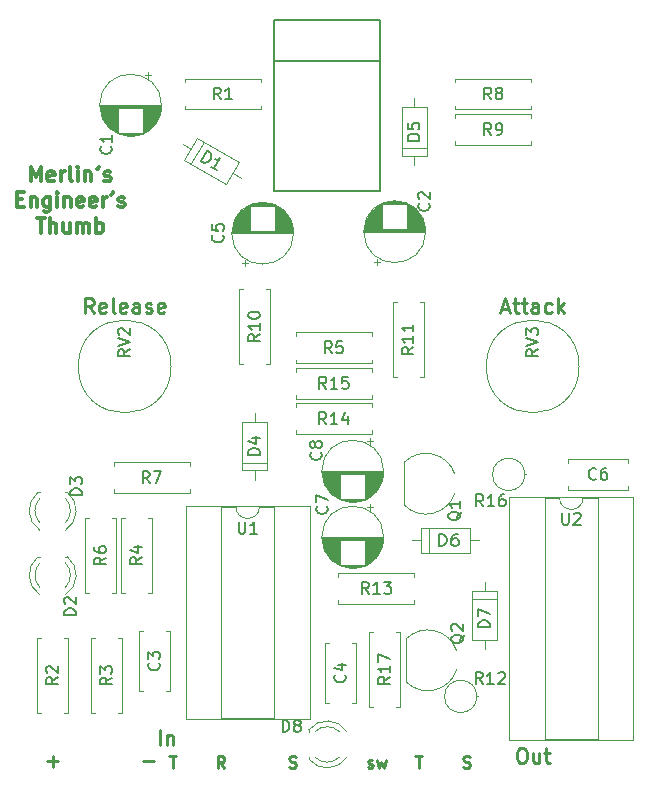
<source format=gbr>
G04 #@! TF.GenerationSoftware,KiCad,Pcbnew,(5.0.0-3-g5ebb6b6)*
G04 #@! TF.CreationDate,2018-09-09T10:20:45+01:00*
G04 #@! TF.ProjectId,EngineersThumb,456E67696E656572735468756D622E6B,rev?*
G04 #@! TF.SameCoordinates,Original*
G04 #@! TF.FileFunction,Legend,Top*
G04 #@! TF.FilePolarity,Positive*
%FSLAX46Y46*%
G04 Gerber Fmt 4.6, Leading zero omitted, Abs format (unit mm)*
G04 Created by KiCad (PCBNEW (5.0.0-3-g5ebb6b6)) date Sunday, 09 September 2018 at 10:20:45*
%MOMM*%
%LPD*%
G01*
G04 APERTURE LIST*
%ADD10C,0.250000*%
%ADD11C,0.300000*%
%ADD12C,0.120000*%
%ADD13C,0.150000*%
G04 APERTURE END LIST*
D10*
X147597904Y-101496761D02*
X147693142Y-101544380D01*
X147883619Y-101544380D01*
X147978857Y-101496761D01*
X148026476Y-101401523D01*
X148026476Y-101353904D01*
X147978857Y-101258666D01*
X147883619Y-101211047D01*
X147740761Y-101211047D01*
X147645523Y-101163428D01*
X147597904Y-101068190D01*
X147597904Y-101020571D01*
X147645523Y-100925333D01*
X147740761Y-100877714D01*
X147883619Y-100877714D01*
X147978857Y-100925333D01*
X148359809Y-100877714D02*
X148550285Y-101544380D01*
X148740761Y-101068190D01*
X148931238Y-101544380D01*
X149121714Y-100877714D01*
X155670285Y-101496761D02*
X155813142Y-101544380D01*
X156051238Y-101544380D01*
X156146476Y-101496761D01*
X156194095Y-101449142D01*
X156241714Y-101353904D01*
X156241714Y-101258666D01*
X156194095Y-101163428D01*
X156146476Y-101115809D01*
X156051238Y-101068190D01*
X155860761Y-101020571D01*
X155765523Y-100972952D01*
X155717904Y-100925333D01*
X155670285Y-100830095D01*
X155670285Y-100734857D01*
X155717904Y-100639619D01*
X155765523Y-100592000D01*
X155860761Y-100544380D01*
X156098857Y-100544380D01*
X156241714Y-100592000D01*
X151606285Y-100544380D02*
X152177714Y-100544380D01*
X151892000Y-101544380D02*
X151892000Y-100544380D01*
X130778285Y-100544380D02*
X131349714Y-100544380D01*
X131064000Y-101544380D02*
X131064000Y-100544380D01*
X158924952Y-62692333D02*
X159520190Y-62692333D01*
X158805904Y-63049476D02*
X159222571Y-61799476D01*
X159639238Y-63049476D01*
X159877333Y-62216142D02*
X160353523Y-62216142D01*
X160055904Y-61799476D02*
X160055904Y-62870904D01*
X160115428Y-62989952D01*
X160234476Y-63049476D01*
X160353523Y-63049476D01*
X160591619Y-62216142D02*
X161067809Y-62216142D01*
X160770190Y-61799476D02*
X160770190Y-62870904D01*
X160829714Y-62989952D01*
X160948761Y-63049476D01*
X161067809Y-63049476D01*
X162020190Y-63049476D02*
X162020190Y-62394714D01*
X161960666Y-62275666D01*
X161841619Y-62216142D01*
X161603523Y-62216142D01*
X161484476Y-62275666D01*
X162020190Y-62989952D02*
X161901142Y-63049476D01*
X161603523Y-63049476D01*
X161484476Y-62989952D01*
X161424952Y-62870904D01*
X161424952Y-62751857D01*
X161484476Y-62632809D01*
X161603523Y-62573285D01*
X161901142Y-62573285D01*
X162020190Y-62513761D01*
X163151142Y-62989952D02*
X163032095Y-63049476D01*
X162794000Y-63049476D01*
X162674952Y-62989952D01*
X162615428Y-62930428D01*
X162555904Y-62811380D01*
X162555904Y-62454238D01*
X162615428Y-62335190D01*
X162674952Y-62275666D01*
X162794000Y-62216142D01*
X163032095Y-62216142D01*
X163151142Y-62275666D01*
X163686857Y-63049476D02*
X163686857Y-61799476D01*
X163805904Y-62573285D02*
X164163047Y-63049476D01*
X164163047Y-62216142D02*
X163686857Y-62692333D01*
X124380952Y-63049476D02*
X123964285Y-62454238D01*
X123666666Y-63049476D02*
X123666666Y-61799476D01*
X124142857Y-61799476D01*
X124261904Y-61859000D01*
X124321428Y-61918523D01*
X124380952Y-62037571D01*
X124380952Y-62216142D01*
X124321428Y-62335190D01*
X124261904Y-62394714D01*
X124142857Y-62454238D01*
X123666666Y-62454238D01*
X125392857Y-62989952D02*
X125273809Y-63049476D01*
X125035714Y-63049476D01*
X124916666Y-62989952D01*
X124857142Y-62870904D01*
X124857142Y-62394714D01*
X124916666Y-62275666D01*
X125035714Y-62216142D01*
X125273809Y-62216142D01*
X125392857Y-62275666D01*
X125452380Y-62394714D01*
X125452380Y-62513761D01*
X124857142Y-62632809D01*
X126166666Y-63049476D02*
X126047619Y-62989952D01*
X125988095Y-62870904D01*
X125988095Y-61799476D01*
X127119047Y-62989952D02*
X127000000Y-63049476D01*
X126761904Y-63049476D01*
X126642857Y-62989952D01*
X126583333Y-62870904D01*
X126583333Y-62394714D01*
X126642857Y-62275666D01*
X126761904Y-62216142D01*
X127000000Y-62216142D01*
X127119047Y-62275666D01*
X127178571Y-62394714D01*
X127178571Y-62513761D01*
X126583333Y-62632809D01*
X128250000Y-63049476D02*
X128250000Y-62394714D01*
X128190476Y-62275666D01*
X128071428Y-62216142D01*
X127833333Y-62216142D01*
X127714285Y-62275666D01*
X128250000Y-62989952D02*
X128130952Y-63049476D01*
X127833333Y-63049476D01*
X127714285Y-62989952D01*
X127654761Y-62870904D01*
X127654761Y-62751857D01*
X127714285Y-62632809D01*
X127833333Y-62573285D01*
X128130952Y-62573285D01*
X128250000Y-62513761D01*
X128785714Y-62989952D02*
X128904761Y-63049476D01*
X129142857Y-63049476D01*
X129261904Y-62989952D01*
X129321428Y-62870904D01*
X129321428Y-62811380D01*
X129261904Y-62692333D01*
X129142857Y-62632809D01*
X128964285Y-62632809D01*
X128845238Y-62573285D01*
X128785714Y-62454238D01*
X128785714Y-62394714D01*
X128845238Y-62275666D01*
X128964285Y-62216142D01*
X129142857Y-62216142D01*
X129261904Y-62275666D01*
X130333333Y-62989952D02*
X130214285Y-63049476D01*
X129976190Y-63049476D01*
X129857142Y-62989952D01*
X129797619Y-62870904D01*
X129797619Y-62394714D01*
X129857142Y-62275666D01*
X129976190Y-62216142D01*
X130214285Y-62216142D01*
X130333333Y-62275666D01*
X130392857Y-62394714D01*
X130392857Y-62513761D01*
X129797619Y-62632809D01*
D11*
X119094666Y-51890476D02*
X119094666Y-50640476D01*
X119511333Y-51533333D01*
X119928000Y-50640476D01*
X119928000Y-51890476D01*
X120999428Y-51830952D02*
X120880380Y-51890476D01*
X120642285Y-51890476D01*
X120523238Y-51830952D01*
X120463714Y-51711904D01*
X120463714Y-51235714D01*
X120523238Y-51116666D01*
X120642285Y-51057142D01*
X120880380Y-51057142D01*
X120999428Y-51116666D01*
X121058952Y-51235714D01*
X121058952Y-51354761D01*
X120463714Y-51473809D01*
X121594666Y-51890476D02*
X121594666Y-51057142D01*
X121594666Y-51295238D02*
X121654190Y-51176190D01*
X121713714Y-51116666D01*
X121832761Y-51057142D01*
X121951809Y-51057142D01*
X122547047Y-51890476D02*
X122428000Y-51830952D01*
X122368476Y-51711904D01*
X122368476Y-50640476D01*
X123023238Y-51890476D02*
X123023238Y-51057142D01*
X123023238Y-50640476D02*
X122963714Y-50700000D01*
X123023238Y-50759523D01*
X123082761Y-50700000D01*
X123023238Y-50640476D01*
X123023238Y-50759523D01*
X123618476Y-51057142D02*
X123618476Y-51890476D01*
X123618476Y-51176190D02*
X123678000Y-51116666D01*
X123797047Y-51057142D01*
X123975619Y-51057142D01*
X124094666Y-51116666D01*
X124154190Y-51235714D01*
X124154190Y-51890476D01*
X124808952Y-50640476D02*
X124808952Y-50700000D01*
X124749428Y-50819047D01*
X124689904Y-50878571D01*
X125285142Y-51830952D02*
X125404190Y-51890476D01*
X125642285Y-51890476D01*
X125761333Y-51830952D01*
X125820857Y-51711904D01*
X125820857Y-51652380D01*
X125761333Y-51533333D01*
X125642285Y-51473809D01*
X125463714Y-51473809D01*
X125344666Y-51414285D01*
X125285142Y-51295238D01*
X125285142Y-51235714D01*
X125344666Y-51116666D01*
X125463714Y-51057142D01*
X125642285Y-51057142D01*
X125761333Y-51116666D01*
X117904190Y-53410714D02*
X118320857Y-53410714D01*
X118499428Y-54065476D02*
X117904190Y-54065476D01*
X117904190Y-52815476D01*
X118499428Y-52815476D01*
X119035142Y-53232142D02*
X119035142Y-54065476D01*
X119035142Y-53351190D02*
X119094666Y-53291666D01*
X119213714Y-53232142D01*
X119392285Y-53232142D01*
X119511333Y-53291666D01*
X119570857Y-53410714D01*
X119570857Y-54065476D01*
X120701809Y-53232142D02*
X120701809Y-54244047D01*
X120642285Y-54363095D01*
X120582761Y-54422619D01*
X120463714Y-54482142D01*
X120285142Y-54482142D01*
X120166095Y-54422619D01*
X120701809Y-54005952D02*
X120582761Y-54065476D01*
X120344666Y-54065476D01*
X120225619Y-54005952D01*
X120166095Y-53946428D01*
X120106571Y-53827380D01*
X120106571Y-53470238D01*
X120166095Y-53351190D01*
X120225619Y-53291666D01*
X120344666Y-53232142D01*
X120582761Y-53232142D01*
X120701809Y-53291666D01*
X121297047Y-54065476D02*
X121297047Y-53232142D01*
X121297047Y-52815476D02*
X121237523Y-52875000D01*
X121297047Y-52934523D01*
X121356571Y-52875000D01*
X121297047Y-52815476D01*
X121297047Y-52934523D01*
X121892285Y-53232142D02*
X121892285Y-54065476D01*
X121892285Y-53351190D02*
X121951809Y-53291666D01*
X122070857Y-53232142D01*
X122249428Y-53232142D01*
X122368476Y-53291666D01*
X122428000Y-53410714D01*
X122428000Y-54065476D01*
X123499428Y-54005952D02*
X123380380Y-54065476D01*
X123142285Y-54065476D01*
X123023238Y-54005952D01*
X122963714Y-53886904D01*
X122963714Y-53410714D01*
X123023238Y-53291666D01*
X123142285Y-53232142D01*
X123380380Y-53232142D01*
X123499428Y-53291666D01*
X123558952Y-53410714D01*
X123558952Y-53529761D01*
X122963714Y-53648809D01*
X124570857Y-54005952D02*
X124451809Y-54065476D01*
X124213714Y-54065476D01*
X124094666Y-54005952D01*
X124035142Y-53886904D01*
X124035142Y-53410714D01*
X124094666Y-53291666D01*
X124213714Y-53232142D01*
X124451809Y-53232142D01*
X124570857Y-53291666D01*
X124630380Y-53410714D01*
X124630380Y-53529761D01*
X124035142Y-53648809D01*
X125166095Y-54065476D02*
X125166095Y-53232142D01*
X125166095Y-53470238D02*
X125225619Y-53351190D01*
X125285142Y-53291666D01*
X125404190Y-53232142D01*
X125523238Y-53232142D01*
X125999428Y-52815476D02*
X125999428Y-52875000D01*
X125939904Y-52994047D01*
X125880380Y-53053571D01*
X126475619Y-54005952D02*
X126594666Y-54065476D01*
X126832761Y-54065476D01*
X126951809Y-54005952D01*
X127011333Y-53886904D01*
X127011333Y-53827380D01*
X126951809Y-53708333D01*
X126832761Y-53648809D01*
X126654190Y-53648809D01*
X126535142Y-53589285D01*
X126475619Y-53470238D01*
X126475619Y-53410714D01*
X126535142Y-53291666D01*
X126654190Y-53232142D01*
X126832761Y-53232142D01*
X126951809Y-53291666D01*
X119541095Y-54990476D02*
X120255380Y-54990476D01*
X119898238Y-56240476D02*
X119898238Y-54990476D01*
X120672047Y-56240476D02*
X120672047Y-54990476D01*
X121207761Y-56240476D02*
X121207761Y-55585714D01*
X121148238Y-55466666D01*
X121029190Y-55407142D01*
X120850619Y-55407142D01*
X120731571Y-55466666D01*
X120672047Y-55526190D01*
X122338714Y-55407142D02*
X122338714Y-56240476D01*
X121803000Y-55407142D02*
X121803000Y-56061904D01*
X121862523Y-56180952D01*
X121981571Y-56240476D01*
X122160142Y-56240476D01*
X122279190Y-56180952D01*
X122338714Y-56121428D01*
X122933952Y-56240476D02*
X122933952Y-55407142D01*
X122933952Y-55526190D02*
X122993476Y-55466666D01*
X123112523Y-55407142D01*
X123291095Y-55407142D01*
X123410142Y-55466666D01*
X123469666Y-55585714D01*
X123469666Y-56240476D01*
X123469666Y-55585714D02*
X123529190Y-55466666D01*
X123648238Y-55407142D01*
X123826809Y-55407142D01*
X123945857Y-55466666D01*
X124005380Y-55585714D01*
X124005380Y-56240476D01*
X124600619Y-56240476D02*
X124600619Y-54990476D01*
X124600619Y-55466666D02*
X124719666Y-55407142D01*
X124957761Y-55407142D01*
X125076809Y-55466666D01*
X125136333Y-55526190D01*
X125195857Y-55645238D01*
X125195857Y-56002380D01*
X125136333Y-56121428D01*
X125076809Y-56180952D01*
X124957761Y-56240476D01*
X124719666Y-56240476D01*
X124600619Y-56180952D01*
D10*
X129508190Y-101002714D02*
X128555809Y-101002714D01*
X121380190Y-101002714D02*
X120427809Y-101002714D01*
X120904000Y-100526523D02*
X120904000Y-101478904D01*
X160502333Y-99899476D02*
X160740428Y-99899476D01*
X160859476Y-99959000D01*
X160978523Y-100078047D01*
X161038047Y-100316142D01*
X161038047Y-100732809D01*
X160978523Y-100970904D01*
X160859476Y-101089952D01*
X160740428Y-101149476D01*
X160502333Y-101149476D01*
X160383285Y-101089952D01*
X160264238Y-100970904D01*
X160204714Y-100732809D01*
X160204714Y-100316142D01*
X160264238Y-100078047D01*
X160383285Y-99959000D01*
X160502333Y-99899476D01*
X162109476Y-100316142D02*
X162109476Y-101149476D01*
X161573761Y-100316142D02*
X161573761Y-100970904D01*
X161633285Y-101089952D01*
X161752333Y-101149476D01*
X161930904Y-101149476D01*
X162049952Y-101089952D01*
X162109476Y-101030428D01*
X162526142Y-100316142D02*
X163002333Y-100316142D01*
X162704714Y-99899476D02*
X162704714Y-100970904D01*
X162764238Y-101089952D01*
X162883285Y-101149476D01*
X163002333Y-101149476D01*
X140938285Y-101496761D02*
X141081142Y-101544380D01*
X141319238Y-101544380D01*
X141414476Y-101496761D01*
X141462095Y-101449142D01*
X141509714Y-101353904D01*
X141509714Y-101258666D01*
X141462095Y-101163428D01*
X141414476Y-101115809D01*
X141319238Y-101068190D01*
X141128761Y-101020571D01*
X141033523Y-100972952D01*
X140985904Y-100925333D01*
X140938285Y-100830095D01*
X140938285Y-100734857D01*
X140985904Y-100639619D01*
X141033523Y-100592000D01*
X141128761Y-100544380D01*
X141366857Y-100544380D01*
X141509714Y-100592000D01*
X135437523Y-101544380D02*
X135104190Y-101068190D01*
X134866095Y-101544380D02*
X134866095Y-100544380D01*
X135247047Y-100544380D01*
X135342285Y-100592000D01*
X135389904Y-100639619D01*
X135437523Y-100734857D01*
X135437523Y-100877714D01*
X135389904Y-100972952D01*
X135342285Y-101020571D01*
X135247047Y-101068190D01*
X134866095Y-101068190D01*
X129990523Y-99625476D02*
X129990523Y-98375476D01*
X130585761Y-98792142D02*
X130585761Y-99625476D01*
X130585761Y-98911190D02*
X130645285Y-98851666D01*
X130764333Y-98792142D01*
X130942904Y-98792142D01*
X131061952Y-98851666D01*
X131121476Y-98970714D01*
X131121476Y-99625476D01*
D12*
G04 #@! TO.C,Q1*
X150650000Y-75700000D02*
X150650000Y-79300000D01*
X150658259Y-75688125D02*
G75*
G02X154950000Y-76680000I1841741J-1811875D01*
G01*
X150672316Y-79308445D02*
G75*
G03X154950000Y-78280000I1827684J1808445D01*
G01*
G04 #@! TO.C,D6*
X152790000Y-81236000D02*
X152790000Y-83356000D01*
X157020000Y-82296000D02*
X156250000Y-82296000D01*
X151360000Y-82296000D02*
X152130000Y-82296000D01*
X156250000Y-81236000D02*
X152130000Y-81236000D01*
X156250000Y-83356000D02*
X156250000Y-81236000D01*
X152130000Y-83356000D02*
X156250000Y-83356000D01*
X152130000Y-81236000D02*
X152130000Y-83356000D01*
G04 #@! TO.C,R3*
X124496000Y-96936000D02*
X124166000Y-96936000D01*
X124166000Y-96936000D02*
X124166000Y-90516000D01*
X124166000Y-90516000D02*
X124496000Y-90516000D01*
X126456000Y-96936000D02*
X126786000Y-96936000D01*
X126786000Y-96936000D02*
X126786000Y-90516000D01*
X126786000Y-90516000D02*
X126456000Y-90516000D01*
D13*
G04 #@! TO.C,J1*
X148645880Y-41719500D02*
X139644120Y-41719500D01*
X148645880Y-38219380D02*
X139644120Y-38219380D01*
X139644120Y-38219380D02*
X139644120Y-52720240D01*
X139644120Y-52720240D02*
X148645880Y-52720240D01*
X148645880Y-52720240D02*
X148645880Y-38219380D01*
D12*
G04 #@! TO.C,R2*
X121884000Y-90516000D02*
X122214000Y-90516000D01*
X122214000Y-90516000D02*
X122214000Y-96936000D01*
X122214000Y-96936000D02*
X121884000Y-96936000D01*
X119924000Y-90516000D02*
X119594000Y-90516000D01*
X119594000Y-90516000D02*
X119594000Y-96936000D01*
X119594000Y-96936000D02*
X119924000Y-96936000D01*
G04 #@! TO.C,R5*
X147900000Y-66980000D02*
X147900000Y-67310000D01*
X147900000Y-67310000D02*
X141480000Y-67310000D01*
X141480000Y-67310000D02*
X141480000Y-66980000D01*
X147900000Y-65020000D02*
X147900000Y-64690000D01*
X147900000Y-64690000D02*
X141480000Y-64690000D01*
X141480000Y-64690000D02*
X141480000Y-65020000D01*
G04 #@! TO.C,D1*
X133109544Y-48217013D02*
X132049544Y-50052987D01*
X132049544Y-50052987D02*
X135617569Y-52112987D01*
X135617569Y-52112987D02*
X136677569Y-50277013D01*
X136677569Y-50277013D02*
X133109544Y-48217013D01*
X131912705Y-48750000D02*
X132579544Y-49135000D01*
X136814409Y-51580000D02*
X136147569Y-51195000D01*
X133681121Y-48547013D02*
X132621121Y-50382987D01*
G04 #@! TO.C,C3*
X128230000Y-95056000D02*
X128230000Y-89936000D01*
X130850000Y-95056000D02*
X130850000Y-89936000D01*
X128230000Y-95056000D02*
X128544000Y-95056000D01*
X130536000Y-95056000D02*
X130850000Y-95056000D01*
X128230000Y-89936000D02*
X128544000Y-89936000D01*
X130536000Y-89936000D02*
X130850000Y-89936000D01*
G04 #@! TO.C,C4*
X143978000Y-96072000D02*
X143978000Y-90952000D01*
X146598000Y-96072000D02*
X146598000Y-90952000D01*
X143978000Y-96072000D02*
X144292000Y-96072000D01*
X146284000Y-96072000D02*
X146598000Y-96072000D01*
X143978000Y-90952000D02*
X144292000Y-90952000D01*
X146284000Y-90952000D02*
X146598000Y-90952000D01*
G04 #@! TO.C,U2*
X165810000Y-78670000D02*
G75*
G02X163810000Y-78670000I-1000000J0D01*
G01*
X163810000Y-78670000D02*
X162560000Y-78670000D01*
X162560000Y-78670000D02*
X162560000Y-99110000D01*
X162560000Y-99110000D02*
X167060000Y-99110000D01*
X167060000Y-99110000D02*
X167060000Y-78670000D01*
X167060000Y-78670000D02*
X165810000Y-78670000D01*
X159560000Y-78610000D02*
X159560000Y-99170000D01*
X159560000Y-99170000D02*
X170060000Y-99170000D01*
X170060000Y-99170000D02*
X170060000Y-78610000D01*
X170060000Y-78610000D02*
X159560000Y-78610000D01*
G04 #@! TO.C,C6*
X164532000Y-75398000D02*
X169652000Y-75398000D01*
X164532000Y-78018000D02*
X169652000Y-78018000D01*
X164532000Y-75398000D02*
X164532000Y-75712000D01*
X164532000Y-77704000D02*
X164532000Y-78018000D01*
X169652000Y-75398000D02*
X169652000Y-75712000D01*
X169652000Y-77704000D02*
X169652000Y-78018000D01*
G04 #@! TO.C,D4*
X136940000Y-76370000D02*
X139060000Y-76370000D01*
X139060000Y-76370000D02*
X139060000Y-72250000D01*
X139060000Y-72250000D02*
X136940000Y-72250000D01*
X136940000Y-72250000D02*
X136940000Y-76370000D01*
X138000000Y-77140000D02*
X138000000Y-76370000D01*
X138000000Y-71480000D02*
X138000000Y-72250000D01*
X136940000Y-75710000D02*
X139060000Y-75710000D01*
G04 #@! TO.C,D5*
X150440000Y-49090000D02*
X152560000Y-49090000D01*
X151500000Y-44860000D02*
X151500000Y-45630000D01*
X151500000Y-50520000D02*
X151500000Y-49750000D01*
X150440000Y-45630000D02*
X150440000Y-49750000D01*
X152560000Y-45630000D02*
X150440000Y-45630000D01*
X152560000Y-49750000D02*
X152560000Y-45630000D01*
X150440000Y-49750000D02*
X152560000Y-49750000D01*
G04 #@! TO.C,D7*
X158540000Y-86586000D02*
X156420000Y-86586000D01*
X156420000Y-86586000D02*
X156420000Y-90706000D01*
X156420000Y-90706000D02*
X158540000Y-90706000D01*
X158540000Y-90706000D02*
X158540000Y-86586000D01*
X157480000Y-85816000D02*
X157480000Y-86586000D01*
X157480000Y-91476000D02*
X157480000Y-90706000D01*
X158540000Y-87246000D02*
X156420000Y-87246000D01*
G04 #@! TO.C,R1*
X138520000Y-45810000D02*
X138520000Y-45480000D01*
X132100000Y-45810000D02*
X138520000Y-45810000D01*
X132100000Y-45480000D02*
X132100000Y-45810000D01*
X138520000Y-43190000D02*
X138520000Y-43520000D01*
X132100000Y-43190000D02*
X138520000Y-43190000D01*
X132100000Y-43520000D02*
X132100000Y-43190000D01*
G04 #@! TO.C,R7*
X132496000Y-78310000D02*
X132496000Y-77980000D01*
X126076000Y-78310000D02*
X132496000Y-78310000D01*
X126076000Y-77980000D02*
X126076000Y-78310000D01*
X132496000Y-75690000D02*
X132496000Y-76020000D01*
X126076000Y-75690000D02*
X132496000Y-75690000D01*
X126076000Y-76020000D02*
X126076000Y-75690000D01*
G04 #@! TO.C,R8*
X161400000Y-45480000D02*
X161400000Y-45810000D01*
X161400000Y-45810000D02*
X154980000Y-45810000D01*
X154980000Y-45810000D02*
X154980000Y-45480000D01*
X161400000Y-43520000D02*
X161400000Y-43190000D01*
X161400000Y-43190000D02*
X154980000Y-43190000D01*
X154980000Y-43190000D02*
X154980000Y-43520000D01*
G04 #@! TO.C,R9*
X161400000Y-48480000D02*
X161400000Y-48810000D01*
X161400000Y-48810000D02*
X154980000Y-48810000D01*
X154980000Y-48810000D02*
X154980000Y-48480000D01*
X161400000Y-46520000D02*
X161400000Y-46190000D01*
X161400000Y-46190000D02*
X154980000Y-46190000D01*
X154980000Y-46190000D02*
X154980000Y-46520000D01*
G04 #@! TO.C,R10*
X139310000Y-60980000D02*
X138980000Y-60980000D01*
X139310000Y-67400000D02*
X139310000Y-60980000D01*
X138980000Y-67400000D02*
X139310000Y-67400000D01*
X136690000Y-60980000D02*
X137020000Y-60980000D01*
X136690000Y-67400000D02*
X136690000Y-60980000D01*
X137020000Y-67400000D02*
X136690000Y-67400000D01*
G04 #@! TO.C,R11*
X152310000Y-62068000D02*
X151980000Y-62068000D01*
X152310000Y-68488000D02*
X152310000Y-62068000D01*
X151980000Y-68488000D02*
X152310000Y-68488000D01*
X149690000Y-62068000D02*
X150020000Y-62068000D01*
X149690000Y-68488000D02*
X149690000Y-62068000D01*
X150020000Y-68488000D02*
X149690000Y-68488000D01*
G04 #@! TO.C,R14*
X147900000Y-72980000D02*
X147900000Y-73310000D01*
X147900000Y-73310000D02*
X141480000Y-73310000D01*
X141480000Y-73310000D02*
X141480000Y-72980000D01*
X147900000Y-71020000D02*
X147900000Y-70690000D01*
X147900000Y-70690000D02*
X141480000Y-70690000D01*
X141480000Y-70690000D02*
X141480000Y-71020000D01*
G04 #@! TO.C,R15*
X141480000Y-67690000D02*
X141480000Y-68020000D01*
X147900000Y-67690000D02*
X141480000Y-67690000D01*
X147900000Y-68020000D02*
X147900000Y-67690000D01*
X141480000Y-70310000D02*
X141480000Y-69980000D01*
X147900000Y-70310000D02*
X141480000Y-70310000D01*
X147900000Y-69980000D02*
X147900000Y-70310000D01*
G04 #@! TO.C,R17*
X149980000Y-90008000D02*
X150310000Y-90008000D01*
X150310000Y-90008000D02*
X150310000Y-96428000D01*
X150310000Y-96428000D02*
X149980000Y-96428000D01*
X148020000Y-90008000D02*
X147690000Y-90008000D01*
X147690000Y-90008000D02*
X147690000Y-96428000D01*
X147690000Y-96428000D02*
X148020000Y-96428000D01*
G04 #@! TO.C,Q2*
X150826316Y-94264445D02*
G75*
G03X155104000Y-93236000I1827684J1808445D01*
G01*
X150812259Y-90644125D02*
G75*
G02X155104000Y-91636000I1841741J-1811875D01*
G01*
X150804000Y-90656000D02*
X150804000Y-94256000D01*
G04 #@! TO.C,RV2*
X130930000Y-67564000D02*
G75*
G03X130930000Y-67564000I-3930000J0D01*
G01*
G04 #@! TO.C,RV3*
X165474000Y-67564000D02*
G75*
G03X165474000Y-67564000I-3930000J0D01*
G01*
G04 #@! TO.C,U1*
X138414000Y-79430000D02*
G75*
G02X136414000Y-79430000I-1000000J0D01*
G01*
X136414000Y-79430000D02*
X135164000Y-79430000D01*
X135164000Y-79430000D02*
X135164000Y-97330000D01*
X135164000Y-97330000D02*
X139664000Y-97330000D01*
X139664000Y-97330000D02*
X139664000Y-79430000D01*
X139664000Y-79430000D02*
X138414000Y-79430000D01*
X132164000Y-79370000D02*
X132164000Y-97390000D01*
X132164000Y-97390000D02*
X142664000Y-97390000D01*
X142664000Y-97390000D02*
X142664000Y-79370000D01*
X142664000Y-79370000D02*
X132164000Y-79370000D01*
G04 #@! TO.C,C1*
X130120000Y-45446000D02*
G75*
G03X130120000Y-45446000I-2620000J0D01*
G01*
X130080000Y-45446000D02*
X124920000Y-45446000D01*
X130080000Y-45486000D02*
X124920000Y-45486000D01*
X130079000Y-45526000D02*
X124921000Y-45526000D01*
X130078000Y-45566000D02*
X124922000Y-45566000D01*
X130076000Y-45606000D02*
X124924000Y-45606000D01*
X130073000Y-45646000D02*
X124927000Y-45646000D01*
X130069000Y-45686000D02*
X128540000Y-45686000D01*
X126460000Y-45686000D02*
X124931000Y-45686000D01*
X130065000Y-45726000D02*
X128540000Y-45726000D01*
X126460000Y-45726000D02*
X124935000Y-45726000D01*
X130061000Y-45766000D02*
X128540000Y-45766000D01*
X126460000Y-45766000D02*
X124939000Y-45766000D01*
X130056000Y-45806000D02*
X128540000Y-45806000D01*
X126460000Y-45806000D02*
X124944000Y-45806000D01*
X130050000Y-45846000D02*
X128540000Y-45846000D01*
X126460000Y-45846000D02*
X124950000Y-45846000D01*
X130043000Y-45886000D02*
X128540000Y-45886000D01*
X126460000Y-45886000D02*
X124957000Y-45886000D01*
X130036000Y-45926000D02*
X128540000Y-45926000D01*
X126460000Y-45926000D02*
X124964000Y-45926000D01*
X130028000Y-45966000D02*
X128540000Y-45966000D01*
X126460000Y-45966000D02*
X124972000Y-45966000D01*
X130020000Y-46006000D02*
X128540000Y-46006000D01*
X126460000Y-46006000D02*
X124980000Y-46006000D01*
X130011000Y-46046000D02*
X128540000Y-46046000D01*
X126460000Y-46046000D02*
X124989000Y-46046000D01*
X130001000Y-46086000D02*
X128540000Y-46086000D01*
X126460000Y-46086000D02*
X124999000Y-46086000D01*
X129991000Y-46126000D02*
X128540000Y-46126000D01*
X126460000Y-46126000D02*
X125009000Y-46126000D01*
X129980000Y-46167000D02*
X128540000Y-46167000D01*
X126460000Y-46167000D02*
X125020000Y-46167000D01*
X129968000Y-46207000D02*
X128540000Y-46207000D01*
X126460000Y-46207000D02*
X125032000Y-46207000D01*
X129955000Y-46247000D02*
X128540000Y-46247000D01*
X126460000Y-46247000D02*
X125045000Y-46247000D01*
X129942000Y-46287000D02*
X128540000Y-46287000D01*
X126460000Y-46287000D02*
X125058000Y-46287000D01*
X129928000Y-46327000D02*
X128540000Y-46327000D01*
X126460000Y-46327000D02*
X125072000Y-46327000D01*
X129914000Y-46367000D02*
X128540000Y-46367000D01*
X126460000Y-46367000D02*
X125086000Y-46367000D01*
X129898000Y-46407000D02*
X128540000Y-46407000D01*
X126460000Y-46407000D02*
X125102000Y-46407000D01*
X129882000Y-46447000D02*
X128540000Y-46447000D01*
X126460000Y-46447000D02*
X125118000Y-46447000D01*
X129865000Y-46487000D02*
X128540000Y-46487000D01*
X126460000Y-46487000D02*
X125135000Y-46487000D01*
X129848000Y-46527000D02*
X128540000Y-46527000D01*
X126460000Y-46527000D02*
X125152000Y-46527000D01*
X129829000Y-46567000D02*
X128540000Y-46567000D01*
X126460000Y-46567000D02*
X125171000Y-46567000D01*
X129810000Y-46607000D02*
X128540000Y-46607000D01*
X126460000Y-46607000D02*
X125190000Y-46607000D01*
X129790000Y-46647000D02*
X128540000Y-46647000D01*
X126460000Y-46647000D02*
X125210000Y-46647000D01*
X129768000Y-46687000D02*
X128540000Y-46687000D01*
X126460000Y-46687000D02*
X125232000Y-46687000D01*
X129747000Y-46727000D02*
X128540000Y-46727000D01*
X126460000Y-46727000D02*
X125253000Y-46727000D01*
X129724000Y-46767000D02*
X128540000Y-46767000D01*
X126460000Y-46767000D02*
X125276000Y-46767000D01*
X129700000Y-46807000D02*
X128540000Y-46807000D01*
X126460000Y-46807000D02*
X125300000Y-46807000D01*
X129675000Y-46847000D02*
X128540000Y-46847000D01*
X126460000Y-46847000D02*
X125325000Y-46847000D01*
X129649000Y-46887000D02*
X128540000Y-46887000D01*
X126460000Y-46887000D02*
X125351000Y-46887000D01*
X129622000Y-46927000D02*
X128540000Y-46927000D01*
X126460000Y-46927000D02*
X125378000Y-46927000D01*
X129595000Y-46967000D02*
X128540000Y-46967000D01*
X126460000Y-46967000D02*
X125405000Y-46967000D01*
X129565000Y-47007000D02*
X128540000Y-47007000D01*
X126460000Y-47007000D02*
X125435000Y-47007000D01*
X129535000Y-47047000D02*
X128540000Y-47047000D01*
X126460000Y-47047000D02*
X125465000Y-47047000D01*
X129504000Y-47087000D02*
X128540000Y-47087000D01*
X126460000Y-47087000D02*
X125496000Y-47087000D01*
X129471000Y-47127000D02*
X128540000Y-47127000D01*
X126460000Y-47127000D02*
X125529000Y-47127000D01*
X129437000Y-47167000D02*
X128540000Y-47167000D01*
X126460000Y-47167000D02*
X125563000Y-47167000D01*
X129401000Y-47207000D02*
X128540000Y-47207000D01*
X126460000Y-47207000D02*
X125599000Y-47207000D01*
X129364000Y-47247000D02*
X128540000Y-47247000D01*
X126460000Y-47247000D02*
X125636000Y-47247000D01*
X129326000Y-47287000D02*
X128540000Y-47287000D01*
X126460000Y-47287000D02*
X125674000Y-47287000D01*
X129285000Y-47327000D02*
X128540000Y-47327000D01*
X126460000Y-47327000D02*
X125715000Y-47327000D01*
X129243000Y-47367000D02*
X128540000Y-47367000D01*
X126460000Y-47367000D02*
X125757000Y-47367000D01*
X129199000Y-47407000D02*
X128540000Y-47407000D01*
X126460000Y-47407000D02*
X125801000Y-47407000D01*
X129153000Y-47447000D02*
X128540000Y-47447000D01*
X126460000Y-47447000D02*
X125847000Y-47447000D01*
X129105000Y-47487000D02*
X128540000Y-47487000D01*
X126460000Y-47487000D02*
X125895000Y-47487000D01*
X129054000Y-47527000D02*
X128540000Y-47527000D01*
X126460000Y-47527000D02*
X125946000Y-47527000D01*
X129000000Y-47567000D02*
X128540000Y-47567000D01*
X126460000Y-47567000D02*
X126000000Y-47567000D01*
X128943000Y-47607000D02*
X128540000Y-47607000D01*
X126460000Y-47607000D02*
X126057000Y-47607000D01*
X128883000Y-47647000D02*
X128540000Y-47647000D01*
X126460000Y-47647000D02*
X126117000Y-47647000D01*
X128819000Y-47687000D02*
X128540000Y-47687000D01*
X126460000Y-47687000D02*
X126181000Y-47687000D01*
X128751000Y-47727000D02*
X128540000Y-47727000D01*
X126460000Y-47727000D02*
X126249000Y-47727000D01*
X128678000Y-47767000D02*
X126322000Y-47767000D01*
X128598000Y-47807000D02*
X126402000Y-47807000D01*
X128511000Y-47847000D02*
X126489000Y-47847000D01*
X128415000Y-47887000D02*
X126585000Y-47887000D01*
X128305000Y-47927000D02*
X126695000Y-47927000D01*
X128177000Y-47967000D02*
X126823000Y-47967000D01*
X128018000Y-48007000D02*
X126982000Y-48007000D01*
X127784000Y-48047000D02*
X127216000Y-48047000D01*
X128975000Y-42641225D02*
X128975000Y-43141225D01*
X129225000Y-42891225D02*
X128725000Y-42891225D01*
G04 #@! TO.C,C2*
X148135000Y-58708775D02*
X148635000Y-58708775D01*
X148385000Y-58958775D02*
X148385000Y-58458775D01*
X149576000Y-53553000D02*
X150144000Y-53553000D01*
X149342000Y-53593000D02*
X150378000Y-53593000D01*
X149183000Y-53633000D02*
X150537000Y-53633000D01*
X149055000Y-53673000D02*
X150665000Y-53673000D01*
X148945000Y-53713000D02*
X150775000Y-53713000D01*
X148849000Y-53753000D02*
X150871000Y-53753000D01*
X148762000Y-53793000D02*
X150958000Y-53793000D01*
X148682000Y-53833000D02*
X151038000Y-53833000D01*
X150900000Y-53873000D02*
X151111000Y-53873000D01*
X148609000Y-53873000D02*
X148820000Y-53873000D01*
X150900000Y-53913000D02*
X151179000Y-53913000D01*
X148541000Y-53913000D02*
X148820000Y-53913000D01*
X150900000Y-53953000D02*
X151243000Y-53953000D01*
X148477000Y-53953000D02*
X148820000Y-53953000D01*
X150900000Y-53993000D02*
X151303000Y-53993000D01*
X148417000Y-53993000D02*
X148820000Y-53993000D01*
X150900000Y-54033000D02*
X151360000Y-54033000D01*
X148360000Y-54033000D02*
X148820000Y-54033000D01*
X150900000Y-54073000D02*
X151414000Y-54073000D01*
X148306000Y-54073000D02*
X148820000Y-54073000D01*
X150900000Y-54113000D02*
X151465000Y-54113000D01*
X148255000Y-54113000D02*
X148820000Y-54113000D01*
X150900000Y-54153000D02*
X151513000Y-54153000D01*
X148207000Y-54153000D02*
X148820000Y-54153000D01*
X150900000Y-54193000D02*
X151559000Y-54193000D01*
X148161000Y-54193000D02*
X148820000Y-54193000D01*
X150900000Y-54233000D02*
X151603000Y-54233000D01*
X148117000Y-54233000D02*
X148820000Y-54233000D01*
X150900000Y-54273000D02*
X151645000Y-54273000D01*
X148075000Y-54273000D02*
X148820000Y-54273000D01*
X150900000Y-54313000D02*
X151686000Y-54313000D01*
X148034000Y-54313000D02*
X148820000Y-54313000D01*
X150900000Y-54353000D02*
X151724000Y-54353000D01*
X147996000Y-54353000D02*
X148820000Y-54353000D01*
X150900000Y-54393000D02*
X151761000Y-54393000D01*
X147959000Y-54393000D02*
X148820000Y-54393000D01*
X150900000Y-54433000D02*
X151797000Y-54433000D01*
X147923000Y-54433000D02*
X148820000Y-54433000D01*
X150900000Y-54473000D02*
X151831000Y-54473000D01*
X147889000Y-54473000D02*
X148820000Y-54473000D01*
X150900000Y-54513000D02*
X151864000Y-54513000D01*
X147856000Y-54513000D02*
X148820000Y-54513000D01*
X150900000Y-54553000D02*
X151895000Y-54553000D01*
X147825000Y-54553000D02*
X148820000Y-54553000D01*
X150900000Y-54593000D02*
X151925000Y-54593000D01*
X147795000Y-54593000D02*
X148820000Y-54593000D01*
X150900000Y-54633000D02*
X151955000Y-54633000D01*
X147765000Y-54633000D02*
X148820000Y-54633000D01*
X150900000Y-54673000D02*
X151982000Y-54673000D01*
X147738000Y-54673000D02*
X148820000Y-54673000D01*
X150900000Y-54713000D02*
X152009000Y-54713000D01*
X147711000Y-54713000D02*
X148820000Y-54713000D01*
X150900000Y-54753000D02*
X152035000Y-54753000D01*
X147685000Y-54753000D02*
X148820000Y-54753000D01*
X150900000Y-54793000D02*
X152060000Y-54793000D01*
X147660000Y-54793000D02*
X148820000Y-54793000D01*
X150900000Y-54833000D02*
X152084000Y-54833000D01*
X147636000Y-54833000D02*
X148820000Y-54833000D01*
X150900000Y-54873000D02*
X152107000Y-54873000D01*
X147613000Y-54873000D02*
X148820000Y-54873000D01*
X150900000Y-54913000D02*
X152128000Y-54913000D01*
X147592000Y-54913000D02*
X148820000Y-54913000D01*
X150900000Y-54953000D02*
X152150000Y-54953000D01*
X147570000Y-54953000D02*
X148820000Y-54953000D01*
X150900000Y-54993000D02*
X152170000Y-54993000D01*
X147550000Y-54993000D02*
X148820000Y-54993000D01*
X150900000Y-55033000D02*
X152189000Y-55033000D01*
X147531000Y-55033000D02*
X148820000Y-55033000D01*
X150900000Y-55073000D02*
X152208000Y-55073000D01*
X147512000Y-55073000D02*
X148820000Y-55073000D01*
X150900000Y-55113000D02*
X152225000Y-55113000D01*
X147495000Y-55113000D02*
X148820000Y-55113000D01*
X150900000Y-55153000D02*
X152242000Y-55153000D01*
X147478000Y-55153000D02*
X148820000Y-55153000D01*
X150900000Y-55193000D02*
X152258000Y-55193000D01*
X147462000Y-55193000D02*
X148820000Y-55193000D01*
X150900000Y-55233000D02*
X152274000Y-55233000D01*
X147446000Y-55233000D02*
X148820000Y-55233000D01*
X150900000Y-55273000D02*
X152288000Y-55273000D01*
X147432000Y-55273000D02*
X148820000Y-55273000D01*
X150900000Y-55313000D02*
X152302000Y-55313000D01*
X147418000Y-55313000D02*
X148820000Y-55313000D01*
X150900000Y-55353000D02*
X152315000Y-55353000D01*
X147405000Y-55353000D02*
X148820000Y-55353000D01*
X150900000Y-55393000D02*
X152328000Y-55393000D01*
X147392000Y-55393000D02*
X148820000Y-55393000D01*
X150900000Y-55433000D02*
X152340000Y-55433000D01*
X147380000Y-55433000D02*
X148820000Y-55433000D01*
X150900000Y-55474000D02*
X152351000Y-55474000D01*
X147369000Y-55474000D02*
X148820000Y-55474000D01*
X150900000Y-55514000D02*
X152361000Y-55514000D01*
X147359000Y-55514000D02*
X148820000Y-55514000D01*
X150900000Y-55554000D02*
X152371000Y-55554000D01*
X147349000Y-55554000D02*
X148820000Y-55554000D01*
X150900000Y-55594000D02*
X152380000Y-55594000D01*
X147340000Y-55594000D02*
X148820000Y-55594000D01*
X150900000Y-55634000D02*
X152388000Y-55634000D01*
X147332000Y-55634000D02*
X148820000Y-55634000D01*
X150900000Y-55674000D02*
X152396000Y-55674000D01*
X147324000Y-55674000D02*
X148820000Y-55674000D01*
X150900000Y-55714000D02*
X152403000Y-55714000D01*
X147317000Y-55714000D02*
X148820000Y-55714000D01*
X150900000Y-55754000D02*
X152410000Y-55754000D01*
X147310000Y-55754000D02*
X148820000Y-55754000D01*
X150900000Y-55794000D02*
X152416000Y-55794000D01*
X147304000Y-55794000D02*
X148820000Y-55794000D01*
X150900000Y-55834000D02*
X152421000Y-55834000D01*
X147299000Y-55834000D02*
X148820000Y-55834000D01*
X150900000Y-55874000D02*
X152425000Y-55874000D01*
X147295000Y-55874000D02*
X148820000Y-55874000D01*
X150900000Y-55914000D02*
X152429000Y-55914000D01*
X147291000Y-55914000D02*
X148820000Y-55914000D01*
X147287000Y-55954000D02*
X152433000Y-55954000D01*
X147284000Y-55994000D02*
X152436000Y-55994000D01*
X147282000Y-56034000D02*
X152438000Y-56034000D01*
X147281000Y-56074000D02*
X152439000Y-56074000D01*
X147280000Y-56114000D02*
X152440000Y-56114000D01*
X147280000Y-56154000D02*
X152440000Y-56154000D01*
X152480000Y-56154000D02*
G75*
G03X152480000Y-56154000I-2620000J0D01*
G01*
G04 #@! TO.C,C5*
X141304000Y-56281000D02*
G75*
G03X141304000Y-56281000I-2620000J0D01*
G01*
X136104000Y-56281000D02*
X141264000Y-56281000D01*
X136104000Y-56241000D02*
X141264000Y-56241000D01*
X136105000Y-56201000D02*
X141263000Y-56201000D01*
X136106000Y-56161000D02*
X141262000Y-56161000D01*
X136108000Y-56121000D02*
X141260000Y-56121000D01*
X136111000Y-56081000D02*
X141257000Y-56081000D01*
X136115000Y-56041000D02*
X137644000Y-56041000D01*
X139724000Y-56041000D02*
X141253000Y-56041000D01*
X136119000Y-56001000D02*
X137644000Y-56001000D01*
X139724000Y-56001000D02*
X141249000Y-56001000D01*
X136123000Y-55961000D02*
X137644000Y-55961000D01*
X139724000Y-55961000D02*
X141245000Y-55961000D01*
X136128000Y-55921000D02*
X137644000Y-55921000D01*
X139724000Y-55921000D02*
X141240000Y-55921000D01*
X136134000Y-55881000D02*
X137644000Y-55881000D01*
X139724000Y-55881000D02*
X141234000Y-55881000D01*
X136141000Y-55841000D02*
X137644000Y-55841000D01*
X139724000Y-55841000D02*
X141227000Y-55841000D01*
X136148000Y-55801000D02*
X137644000Y-55801000D01*
X139724000Y-55801000D02*
X141220000Y-55801000D01*
X136156000Y-55761000D02*
X137644000Y-55761000D01*
X139724000Y-55761000D02*
X141212000Y-55761000D01*
X136164000Y-55721000D02*
X137644000Y-55721000D01*
X139724000Y-55721000D02*
X141204000Y-55721000D01*
X136173000Y-55681000D02*
X137644000Y-55681000D01*
X139724000Y-55681000D02*
X141195000Y-55681000D01*
X136183000Y-55641000D02*
X137644000Y-55641000D01*
X139724000Y-55641000D02*
X141185000Y-55641000D01*
X136193000Y-55601000D02*
X137644000Y-55601000D01*
X139724000Y-55601000D02*
X141175000Y-55601000D01*
X136204000Y-55560000D02*
X137644000Y-55560000D01*
X139724000Y-55560000D02*
X141164000Y-55560000D01*
X136216000Y-55520000D02*
X137644000Y-55520000D01*
X139724000Y-55520000D02*
X141152000Y-55520000D01*
X136229000Y-55480000D02*
X137644000Y-55480000D01*
X139724000Y-55480000D02*
X141139000Y-55480000D01*
X136242000Y-55440000D02*
X137644000Y-55440000D01*
X139724000Y-55440000D02*
X141126000Y-55440000D01*
X136256000Y-55400000D02*
X137644000Y-55400000D01*
X139724000Y-55400000D02*
X141112000Y-55400000D01*
X136270000Y-55360000D02*
X137644000Y-55360000D01*
X139724000Y-55360000D02*
X141098000Y-55360000D01*
X136286000Y-55320000D02*
X137644000Y-55320000D01*
X139724000Y-55320000D02*
X141082000Y-55320000D01*
X136302000Y-55280000D02*
X137644000Y-55280000D01*
X139724000Y-55280000D02*
X141066000Y-55280000D01*
X136319000Y-55240000D02*
X137644000Y-55240000D01*
X139724000Y-55240000D02*
X141049000Y-55240000D01*
X136336000Y-55200000D02*
X137644000Y-55200000D01*
X139724000Y-55200000D02*
X141032000Y-55200000D01*
X136355000Y-55160000D02*
X137644000Y-55160000D01*
X139724000Y-55160000D02*
X141013000Y-55160000D01*
X136374000Y-55120000D02*
X137644000Y-55120000D01*
X139724000Y-55120000D02*
X140994000Y-55120000D01*
X136394000Y-55080000D02*
X137644000Y-55080000D01*
X139724000Y-55080000D02*
X140974000Y-55080000D01*
X136416000Y-55040000D02*
X137644000Y-55040000D01*
X139724000Y-55040000D02*
X140952000Y-55040000D01*
X136437000Y-55000000D02*
X137644000Y-55000000D01*
X139724000Y-55000000D02*
X140931000Y-55000000D01*
X136460000Y-54960000D02*
X137644000Y-54960000D01*
X139724000Y-54960000D02*
X140908000Y-54960000D01*
X136484000Y-54920000D02*
X137644000Y-54920000D01*
X139724000Y-54920000D02*
X140884000Y-54920000D01*
X136509000Y-54880000D02*
X137644000Y-54880000D01*
X139724000Y-54880000D02*
X140859000Y-54880000D01*
X136535000Y-54840000D02*
X137644000Y-54840000D01*
X139724000Y-54840000D02*
X140833000Y-54840000D01*
X136562000Y-54800000D02*
X137644000Y-54800000D01*
X139724000Y-54800000D02*
X140806000Y-54800000D01*
X136589000Y-54760000D02*
X137644000Y-54760000D01*
X139724000Y-54760000D02*
X140779000Y-54760000D01*
X136619000Y-54720000D02*
X137644000Y-54720000D01*
X139724000Y-54720000D02*
X140749000Y-54720000D01*
X136649000Y-54680000D02*
X137644000Y-54680000D01*
X139724000Y-54680000D02*
X140719000Y-54680000D01*
X136680000Y-54640000D02*
X137644000Y-54640000D01*
X139724000Y-54640000D02*
X140688000Y-54640000D01*
X136713000Y-54600000D02*
X137644000Y-54600000D01*
X139724000Y-54600000D02*
X140655000Y-54600000D01*
X136747000Y-54560000D02*
X137644000Y-54560000D01*
X139724000Y-54560000D02*
X140621000Y-54560000D01*
X136783000Y-54520000D02*
X137644000Y-54520000D01*
X139724000Y-54520000D02*
X140585000Y-54520000D01*
X136820000Y-54480000D02*
X137644000Y-54480000D01*
X139724000Y-54480000D02*
X140548000Y-54480000D01*
X136858000Y-54440000D02*
X137644000Y-54440000D01*
X139724000Y-54440000D02*
X140510000Y-54440000D01*
X136899000Y-54400000D02*
X137644000Y-54400000D01*
X139724000Y-54400000D02*
X140469000Y-54400000D01*
X136941000Y-54360000D02*
X137644000Y-54360000D01*
X139724000Y-54360000D02*
X140427000Y-54360000D01*
X136985000Y-54320000D02*
X137644000Y-54320000D01*
X139724000Y-54320000D02*
X140383000Y-54320000D01*
X137031000Y-54280000D02*
X137644000Y-54280000D01*
X139724000Y-54280000D02*
X140337000Y-54280000D01*
X137079000Y-54240000D02*
X137644000Y-54240000D01*
X139724000Y-54240000D02*
X140289000Y-54240000D01*
X137130000Y-54200000D02*
X137644000Y-54200000D01*
X139724000Y-54200000D02*
X140238000Y-54200000D01*
X137184000Y-54160000D02*
X137644000Y-54160000D01*
X139724000Y-54160000D02*
X140184000Y-54160000D01*
X137241000Y-54120000D02*
X137644000Y-54120000D01*
X139724000Y-54120000D02*
X140127000Y-54120000D01*
X137301000Y-54080000D02*
X137644000Y-54080000D01*
X139724000Y-54080000D02*
X140067000Y-54080000D01*
X137365000Y-54040000D02*
X137644000Y-54040000D01*
X139724000Y-54040000D02*
X140003000Y-54040000D01*
X137433000Y-54000000D02*
X137644000Y-54000000D01*
X139724000Y-54000000D02*
X139935000Y-54000000D01*
X137506000Y-53960000D02*
X139862000Y-53960000D01*
X137586000Y-53920000D02*
X139782000Y-53920000D01*
X137673000Y-53880000D02*
X139695000Y-53880000D01*
X137769000Y-53840000D02*
X139599000Y-53840000D01*
X137879000Y-53800000D02*
X139489000Y-53800000D01*
X138007000Y-53760000D02*
X139361000Y-53760000D01*
X138166000Y-53720000D02*
X139202000Y-53720000D01*
X138400000Y-53680000D02*
X138968000Y-53680000D01*
X137209000Y-59085775D02*
X137209000Y-58585775D01*
X136959000Y-58835775D02*
X137459000Y-58835775D01*
G04 #@! TO.C,C7*
X148029000Y-79467225D02*
X147529000Y-79467225D01*
X147779000Y-79217225D02*
X147779000Y-79717225D01*
X146588000Y-84623000D02*
X146020000Y-84623000D01*
X146822000Y-84583000D02*
X145786000Y-84583000D01*
X146981000Y-84543000D02*
X145627000Y-84543000D01*
X147109000Y-84503000D02*
X145499000Y-84503000D01*
X147219000Y-84463000D02*
X145389000Y-84463000D01*
X147315000Y-84423000D02*
X145293000Y-84423000D01*
X147402000Y-84383000D02*
X145206000Y-84383000D01*
X147482000Y-84343000D02*
X145126000Y-84343000D01*
X145264000Y-84303000D02*
X145053000Y-84303000D01*
X147555000Y-84303000D02*
X147344000Y-84303000D01*
X145264000Y-84263000D02*
X144985000Y-84263000D01*
X147623000Y-84263000D02*
X147344000Y-84263000D01*
X145264000Y-84223000D02*
X144921000Y-84223000D01*
X147687000Y-84223000D02*
X147344000Y-84223000D01*
X145264000Y-84183000D02*
X144861000Y-84183000D01*
X147747000Y-84183000D02*
X147344000Y-84183000D01*
X145264000Y-84143000D02*
X144804000Y-84143000D01*
X147804000Y-84143000D02*
X147344000Y-84143000D01*
X145264000Y-84103000D02*
X144750000Y-84103000D01*
X147858000Y-84103000D02*
X147344000Y-84103000D01*
X145264000Y-84063000D02*
X144699000Y-84063000D01*
X147909000Y-84063000D02*
X147344000Y-84063000D01*
X145264000Y-84023000D02*
X144651000Y-84023000D01*
X147957000Y-84023000D02*
X147344000Y-84023000D01*
X145264000Y-83983000D02*
X144605000Y-83983000D01*
X148003000Y-83983000D02*
X147344000Y-83983000D01*
X145264000Y-83943000D02*
X144561000Y-83943000D01*
X148047000Y-83943000D02*
X147344000Y-83943000D01*
X145264000Y-83903000D02*
X144519000Y-83903000D01*
X148089000Y-83903000D02*
X147344000Y-83903000D01*
X145264000Y-83863000D02*
X144478000Y-83863000D01*
X148130000Y-83863000D02*
X147344000Y-83863000D01*
X145264000Y-83823000D02*
X144440000Y-83823000D01*
X148168000Y-83823000D02*
X147344000Y-83823000D01*
X145264000Y-83783000D02*
X144403000Y-83783000D01*
X148205000Y-83783000D02*
X147344000Y-83783000D01*
X145264000Y-83743000D02*
X144367000Y-83743000D01*
X148241000Y-83743000D02*
X147344000Y-83743000D01*
X145264000Y-83703000D02*
X144333000Y-83703000D01*
X148275000Y-83703000D02*
X147344000Y-83703000D01*
X145264000Y-83663000D02*
X144300000Y-83663000D01*
X148308000Y-83663000D02*
X147344000Y-83663000D01*
X145264000Y-83623000D02*
X144269000Y-83623000D01*
X148339000Y-83623000D02*
X147344000Y-83623000D01*
X145264000Y-83583000D02*
X144239000Y-83583000D01*
X148369000Y-83583000D02*
X147344000Y-83583000D01*
X145264000Y-83543000D02*
X144209000Y-83543000D01*
X148399000Y-83543000D02*
X147344000Y-83543000D01*
X145264000Y-83503000D02*
X144182000Y-83503000D01*
X148426000Y-83503000D02*
X147344000Y-83503000D01*
X145264000Y-83463000D02*
X144155000Y-83463000D01*
X148453000Y-83463000D02*
X147344000Y-83463000D01*
X145264000Y-83423000D02*
X144129000Y-83423000D01*
X148479000Y-83423000D02*
X147344000Y-83423000D01*
X145264000Y-83383000D02*
X144104000Y-83383000D01*
X148504000Y-83383000D02*
X147344000Y-83383000D01*
X145264000Y-83343000D02*
X144080000Y-83343000D01*
X148528000Y-83343000D02*
X147344000Y-83343000D01*
X145264000Y-83303000D02*
X144057000Y-83303000D01*
X148551000Y-83303000D02*
X147344000Y-83303000D01*
X145264000Y-83263000D02*
X144036000Y-83263000D01*
X148572000Y-83263000D02*
X147344000Y-83263000D01*
X145264000Y-83223000D02*
X144014000Y-83223000D01*
X148594000Y-83223000D02*
X147344000Y-83223000D01*
X145264000Y-83183000D02*
X143994000Y-83183000D01*
X148614000Y-83183000D02*
X147344000Y-83183000D01*
X145264000Y-83143000D02*
X143975000Y-83143000D01*
X148633000Y-83143000D02*
X147344000Y-83143000D01*
X145264000Y-83103000D02*
X143956000Y-83103000D01*
X148652000Y-83103000D02*
X147344000Y-83103000D01*
X145264000Y-83063000D02*
X143939000Y-83063000D01*
X148669000Y-83063000D02*
X147344000Y-83063000D01*
X145264000Y-83023000D02*
X143922000Y-83023000D01*
X148686000Y-83023000D02*
X147344000Y-83023000D01*
X145264000Y-82983000D02*
X143906000Y-82983000D01*
X148702000Y-82983000D02*
X147344000Y-82983000D01*
X145264000Y-82943000D02*
X143890000Y-82943000D01*
X148718000Y-82943000D02*
X147344000Y-82943000D01*
X145264000Y-82903000D02*
X143876000Y-82903000D01*
X148732000Y-82903000D02*
X147344000Y-82903000D01*
X145264000Y-82863000D02*
X143862000Y-82863000D01*
X148746000Y-82863000D02*
X147344000Y-82863000D01*
X145264000Y-82823000D02*
X143849000Y-82823000D01*
X148759000Y-82823000D02*
X147344000Y-82823000D01*
X145264000Y-82783000D02*
X143836000Y-82783000D01*
X148772000Y-82783000D02*
X147344000Y-82783000D01*
X145264000Y-82743000D02*
X143824000Y-82743000D01*
X148784000Y-82743000D02*
X147344000Y-82743000D01*
X145264000Y-82702000D02*
X143813000Y-82702000D01*
X148795000Y-82702000D02*
X147344000Y-82702000D01*
X145264000Y-82662000D02*
X143803000Y-82662000D01*
X148805000Y-82662000D02*
X147344000Y-82662000D01*
X145264000Y-82622000D02*
X143793000Y-82622000D01*
X148815000Y-82622000D02*
X147344000Y-82622000D01*
X145264000Y-82582000D02*
X143784000Y-82582000D01*
X148824000Y-82582000D02*
X147344000Y-82582000D01*
X145264000Y-82542000D02*
X143776000Y-82542000D01*
X148832000Y-82542000D02*
X147344000Y-82542000D01*
X145264000Y-82502000D02*
X143768000Y-82502000D01*
X148840000Y-82502000D02*
X147344000Y-82502000D01*
X145264000Y-82462000D02*
X143761000Y-82462000D01*
X148847000Y-82462000D02*
X147344000Y-82462000D01*
X145264000Y-82422000D02*
X143754000Y-82422000D01*
X148854000Y-82422000D02*
X147344000Y-82422000D01*
X145264000Y-82382000D02*
X143748000Y-82382000D01*
X148860000Y-82382000D02*
X147344000Y-82382000D01*
X145264000Y-82342000D02*
X143743000Y-82342000D01*
X148865000Y-82342000D02*
X147344000Y-82342000D01*
X145264000Y-82302000D02*
X143739000Y-82302000D01*
X148869000Y-82302000D02*
X147344000Y-82302000D01*
X145264000Y-82262000D02*
X143735000Y-82262000D01*
X148873000Y-82262000D02*
X147344000Y-82262000D01*
X148877000Y-82222000D02*
X143731000Y-82222000D01*
X148880000Y-82182000D02*
X143728000Y-82182000D01*
X148882000Y-82142000D02*
X143726000Y-82142000D01*
X148883000Y-82102000D02*
X143725000Y-82102000D01*
X148884000Y-82062000D02*
X143724000Y-82062000D01*
X148884000Y-82022000D02*
X143724000Y-82022000D01*
X148924000Y-82022000D02*
G75*
G03X148924000Y-82022000I-2620000J0D01*
G01*
G04 #@! TO.C,C8*
X148029000Y-73879225D02*
X147529000Y-73879225D01*
X147779000Y-73629225D02*
X147779000Y-74129225D01*
X146588000Y-79035000D02*
X146020000Y-79035000D01*
X146822000Y-78995000D02*
X145786000Y-78995000D01*
X146981000Y-78955000D02*
X145627000Y-78955000D01*
X147109000Y-78915000D02*
X145499000Y-78915000D01*
X147219000Y-78875000D02*
X145389000Y-78875000D01*
X147315000Y-78835000D02*
X145293000Y-78835000D01*
X147402000Y-78795000D02*
X145206000Y-78795000D01*
X147482000Y-78755000D02*
X145126000Y-78755000D01*
X145264000Y-78715000D02*
X145053000Y-78715000D01*
X147555000Y-78715000D02*
X147344000Y-78715000D01*
X145264000Y-78675000D02*
X144985000Y-78675000D01*
X147623000Y-78675000D02*
X147344000Y-78675000D01*
X145264000Y-78635000D02*
X144921000Y-78635000D01*
X147687000Y-78635000D02*
X147344000Y-78635000D01*
X145264000Y-78595000D02*
X144861000Y-78595000D01*
X147747000Y-78595000D02*
X147344000Y-78595000D01*
X145264000Y-78555000D02*
X144804000Y-78555000D01*
X147804000Y-78555000D02*
X147344000Y-78555000D01*
X145264000Y-78515000D02*
X144750000Y-78515000D01*
X147858000Y-78515000D02*
X147344000Y-78515000D01*
X145264000Y-78475000D02*
X144699000Y-78475000D01*
X147909000Y-78475000D02*
X147344000Y-78475000D01*
X145264000Y-78435000D02*
X144651000Y-78435000D01*
X147957000Y-78435000D02*
X147344000Y-78435000D01*
X145264000Y-78395000D02*
X144605000Y-78395000D01*
X148003000Y-78395000D02*
X147344000Y-78395000D01*
X145264000Y-78355000D02*
X144561000Y-78355000D01*
X148047000Y-78355000D02*
X147344000Y-78355000D01*
X145264000Y-78315000D02*
X144519000Y-78315000D01*
X148089000Y-78315000D02*
X147344000Y-78315000D01*
X145264000Y-78275000D02*
X144478000Y-78275000D01*
X148130000Y-78275000D02*
X147344000Y-78275000D01*
X145264000Y-78235000D02*
X144440000Y-78235000D01*
X148168000Y-78235000D02*
X147344000Y-78235000D01*
X145264000Y-78195000D02*
X144403000Y-78195000D01*
X148205000Y-78195000D02*
X147344000Y-78195000D01*
X145264000Y-78155000D02*
X144367000Y-78155000D01*
X148241000Y-78155000D02*
X147344000Y-78155000D01*
X145264000Y-78115000D02*
X144333000Y-78115000D01*
X148275000Y-78115000D02*
X147344000Y-78115000D01*
X145264000Y-78075000D02*
X144300000Y-78075000D01*
X148308000Y-78075000D02*
X147344000Y-78075000D01*
X145264000Y-78035000D02*
X144269000Y-78035000D01*
X148339000Y-78035000D02*
X147344000Y-78035000D01*
X145264000Y-77995000D02*
X144239000Y-77995000D01*
X148369000Y-77995000D02*
X147344000Y-77995000D01*
X145264000Y-77955000D02*
X144209000Y-77955000D01*
X148399000Y-77955000D02*
X147344000Y-77955000D01*
X145264000Y-77915000D02*
X144182000Y-77915000D01*
X148426000Y-77915000D02*
X147344000Y-77915000D01*
X145264000Y-77875000D02*
X144155000Y-77875000D01*
X148453000Y-77875000D02*
X147344000Y-77875000D01*
X145264000Y-77835000D02*
X144129000Y-77835000D01*
X148479000Y-77835000D02*
X147344000Y-77835000D01*
X145264000Y-77795000D02*
X144104000Y-77795000D01*
X148504000Y-77795000D02*
X147344000Y-77795000D01*
X145264000Y-77755000D02*
X144080000Y-77755000D01*
X148528000Y-77755000D02*
X147344000Y-77755000D01*
X145264000Y-77715000D02*
X144057000Y-77715000D01*
X148551000Y-77715000D02*
X147344000Y-77715000D01*
X145264000Y-77675000D02*
X144036000Y-77675000D01*
X148572000Y-77675000D02*
X147344000Y-77675000D01*
X145264000Y-77635000D02*
X144014000Y-77635000D01*
X148594000Y-77635000D02*
X147344000Y-77635000D01*
X145264000Y-77595000D02*
X143994000Y-77595000D01*
X148614000Y-77595000D02*
X147344000Y-77595000D01*
X145264000Y-77555000D02*
X143975000Y-77555000D01*
X148633000Y-77555000D02*
X147344000Y-77555000D01*
X145264000Y-77515000D02*
X143956000Y-77515000D01*
X148652000Y-77515000D02*
X147344000Y-77515000D01*
X145264000Y-77475000D02*
X143939000Y-77475000D01*
X148669000Y-77475000D02*
X147344000Y-77475000D01*
X145264000Y-77435000D02*
X143922000Y-77435000D01*
X148686000Y-77435000D02*
X147344000Y-77435000D01*
X145264000Y-77395000D02*
X143906000Y-77395000D01*
X148702000Y-77395000D02*
X147344000Y-77395000D01*
X145264000Y-77355000D02*
X143890000Y-77355000D01*
X148718000Y-77355000D02*
X147344000Y-77355000D01*
X145264000Y-77315000D02*
X143876000Y-77315000D01*
X148732000Y-77315000D02*
X147344000Y-77315000D01*
X145264000Y-77275000D02*
X143862000Y-77275000D01*
X148746000Y-77275000D02*
X147344000Y-77275000D01*
X145264000Y-77235000D02*
X143849000Y-77235000D01*
X148759000Y-77235000D02*
X147344000Y-77235000D01*
X145264000Y-77195000D02*
X143836000Y-77195000D01*
X148772000Y-77195000D02*
X147344000Y-77195000D01*
X145264000Y-77155000D02*
X143824000Y-77155000D01*
X148784000Y-77155000D02*
X147344000Y-77155000D01*
X145264000Y-77114000D02*
X143813000Y-77114000D01*
X148795000Y-77114000D02*
X147344000Y-77114000D01*
X145264000Y-77074000D02*
X143803000Y-77074000D01*
X148805000Y-77074000D02*
X147344000Y-77074000D01*
X145264000Y-77034000D02*
X143793000Y-77034000D01*
X148815000Y-77034000D02*
X147344000Y-77034000D01*
X145264000Y-76994000D02*
X143784000Y-76994000D01*
X148824000Y-76994000D02*
X147344000Y-76994000D01*
X145264000Y-76954000D02*
X143776000Y-76954000D01*
X148832000Y-76954000D02*
X147344000Y-76954000D01*
X145264000Y-76914000D02*
X143768000Y-76914000D01*
X148840000Y-76914000D02*
X147344000Y-76914000D01*
X145264000Y-76874000D02*
X143761000Y-76874000D01*
X148847000Y-76874000D02*
X147344000Y-76874000D01*
X145264000Y-76834000D02*
X143754000Y-76834000D01*
X148854000Y-76834000D02*
X147344000Y-76834000D01*
X145264000Y-76794000D02*
X143748000Y-76794000D01*
X148860000Y-76794000D02*
X147344000Y-76794000D01*
X145264000Y-76754000D02*
X143743000Y-76754000D01*
X148865000Y-76754000D02*
X147344000Y-76754000D01*
X145264000Y-76714000D02*
X143739000Y-76714000D01*
X148869000Y-76714000D02*
X147344000Y-76714000D01*
X145264000Y-76674000D02*
X143735000Y-76674000D01*
X148873000Y-76674000D02*
X147344000Y-76674000D01*
X148877000Y-76634000D02*
X143731000Y-76634000D01*
X148880000Y-76594000D02*
X143728000Y-76594000D01*
X148882000Y-76554000D02*
X143726000Y-76554000D01*
X148883000Y-76514000D02*
X143725000Y-76514000D01*
X148884000Y-76474000D02*
X143724000Y-76474000D01*
X148884000Y-76434000D02*
X143724000Y-76434000D01*
X148924000Y-76434000D02*
G75*
G03X148924000Y-76434000I-2620000J0D01*
G01*
G04 #@! TO.C,D2*
X119824000Y-83670000D02*
X119668000Y-83670000D01*
X122140000Y-83670000D02*
X121984000Y-83670000D01*
X119824163Y-86271130D02*
G75*
G02X119824000Y-84189039I1079837J1041130D01*
G01*
X121983837Y-86271130D02*
G75*
G03X121984000Y-84189039I-1079837J1041130D01*
G01*
X119825392Y-86902335D02*
G75*
G02X119668484Y-83670000I1078608J1672335D01*
G01*
X121982608Y-86902335D02*
G75*
G03X122139516Y-83670000I-1078608J1672335D01*
G01*
G04 #@! TO.C,D3*
X121982608Y-81442335D02*
G75*
G03X122139516Y-78210000I-1078608J1672335D01*
G01*
X119825392Y-81442335D02*
G75*
G02X119668484Y-78210000I1078608J1672335D01*
G01*
X121983837Y-80811130D02*
G75*
G03X121984000Y-78729039I-1079837J1041130D01*
G01*
X119824163Y-80811130D02*
G75*
G02X119824000Y-78729039I1079837J1041130D01*
G01*
X122140000Y-78210000D02*
X121984000Y-78210000D01*
X119824000Y-78210000D02*
X119668000Y-78210000D01*
G04 #@! TO.C,D8*
X145817335Y-98489392D02*
G75*
G03X142585000Y-98332484I-1672335J-1078608D01*
G01*
X145817335Y-100646608D02*
G75*
G02X142585000Y-100803516I-1672335J1078608D01*
G01*
X145186130Y-98488163D02*
G75*
G03X143104039Y-98488000I-1041130J-1079837D01*
G01*
X145186130Y-100647837D02*
G75*
G02X143104039Y-100648000I-1041130J1079837D01*
G01*
X142585000Y-98332000D02*
X142585000Y-98488000D01*
X142585000Y-100648000D02*
X142585000Y-100804000D01*
G04 #@! TO.C,R16*
X160882000Y-76708000D02*
G75*
G03X160882000Y-76708000I-1370000J0D01*
G01*
X160882000Y-76708000D02*
X160952000Y-76708000D01*
G04 #@! TO.C,R12*
X156818000Y-95504000D02*
G75*
G03X156818000Y-95504000I-1370000J0D01*
G01*
X156818000Y-95504000D02*
X156888000Y-95504000D01*
G04 #@! TO.C,R6*
X123988000Y-86776000D02*
X123658000Y-86776000D01*
X123658000Y-86776000D02*
X123658000Y-80356000D01*
X123658000Y-80356000D02*
X123988000Y-80356000D01*
X125948000Y-86776000D02*
X126278000Y-86776000D01*
X126278000Y-86776000D02*
X126278000Y-80356000D01*
X126278000Y-80356000D02*
X125948000Y-80356000D01*
G04 #@! TO.C,R4*
X128996000Y-80356000D02*
X129326000Y-80356000D01*
X129326000Y-80356000D02*
X129326000Y-86776000D01*
X129326000Y-86776000D02*
X128996000Y-86776000D01*
X127036000Y-80356000D02*
X126706000Y-80356000D01*
X126706000Y-80356000D02*
X126706000Y-86776000D01*
X126706000Y-86776000D02*
X127036000Y-86776000D01*
G04 #@! TO.C,R13*
X145100000Y-85380000D02*
X145100000Y-85050000D01*
X145100000Y-85050000D02*
X151520000Y-85050000D01*
X151520000Y-85050000D02*
X151520000Y-85380000D01*
X145100000Y-87340000D02*
X145100000Y-87670000D01*
X145100000Y-87670000D02*
X151520000Y-87670000D01*
X151520000Y-87670000D02*
X151520000Y-87340000D01*
G04 #@! TO.C,Q1*
D13*
X155487619Y-79851238D02*
X155440000Y-79946476D01*
X155344761Y-80041714D01*
X155201904Y-80184571D01*
X155154285Y-80279809D01*
X155154285Y-80375047D01*
X155392380Y-80327428D02*
X155344761Y-80422666D01*
X155249523Y-80517904D01*
X155059047Y-80565523D01*
X154725714Y-80565523D01*
X154535238Y-80517904D01*
X154440000Y-80422666D01*
X154392380Y-80327428D01*
X154392380Y-80136952D01*
X154440000Y-80041714D01*
X154535238Y-79946476D01*
X154725714Y-79898857D01*
X155059047Y-79898857D01*
X155249523Y-79946476D01*
X155344761Y-80041714D01*
X155392380Y-80136952D01*
X155392380Y-80327428D01*
X155392380Y-78946476D02*
X155392380Y-79517904D01*
X155392380Y-79232190D02*
X154392380Y-79232190D01*
X154535238Y-79327428D01*
X154630476Y-79422666D01*
X154678095Y-79517904D01*
G04 #@! TO.C,D6*
X153620095Y-82748380D02*
X153620095Y-81748380D01*
X153882000Y-81748380D01*
X154039142Y-81796000D01*
X154143904Y-81891238D01*
X154196285Y-81986476D01*
X154248666Y-82176952D01*
X154248666Y-82319809D01*
X154196285Y-82510285D01*
X154143904Y-82605523D01*
X154039142Y-82700761D01*
X153882000Y-82748380D01*
X153620095Y-82748380D01*
X155191523Y-81748380D02*
X154982000Y-81748380D01*
X154877238Y-81796000D01*
X154824857Y-81843619D01*
X154720095Y-81986476D01*
X154667714Y-82176952D01*
X154667714Y-82557904D01*
X154720095Y-82653142D01*
X154772476Y-82700761D01*
X154877238Y-82748380D01*
X155086761Y-82748380D01*
X155191523Y-82700761D01*
X155243904Y-82653142D01*
X155296285Y-82557904D01*
X155296285Y-82319809D01*
X155243904Y-82224571D01*
X155191523Y-82176952D01*
X155086761Y-82129333D01*
X154877238Y-82129333D01*
X154772476Y-82176952D01*
X154720095Y-82224571D01*
X154667714Y-82319809D01*
G04 #@! TO.C,R3*
X125928380Y-93902666D02*
X125452190Y-94236000D01*
X125928380Y-94474095D02*
X124928380Y-94474095D01*
X124928380Y-94093142D01*
X124976000Y-93997904D01*
X125023619Y-93950285D01*
X125118857Y-93902666D01*
X125261714Y-93902666D01*
X125356952Y-93950285D01*
X125404571Y-93997904D01*
X125452190Y-94093142D01*
X125452190Y-94474095D01*
X124928380Y-93569333D02*
X124928380Y-92950285D01*
X125309333Y-93283619D01*
X125309333Y-93140761D01*
X125356952Y-93045523D01*
X125404571Y-92997904D01*
X125499809Y-92950285D01*
X125737904Y-92950285D01*
X125833142Y-92997904D01*
X125880761Y-93045523D01*
X125928380Y-93140761D01*
X125928380Y-93426476D01*
X125880761Y-93521714D01*
X125833142Y-93569333D01*
G04 #@! TO.C,R2*
X121356380Y-93882666D02*
X120880190Y-94216000D01*
X121356380Y-94454095D02*
X120356380Y-94454095D01*
X120356380Y-94073142D01*
X120404000Y-93977904D01*
X120451619Y-93930285D01*
X120546857Y-93882666D01*
X120689714Y-93882666D01*
X120784952Y-93930285D01*
X120832571Y-93977904D01*
X120880190Y-94073142D01*
X120880190Y-94454095D01*
X120451619Y-93501714D02*
X120404000Y-93454095D01*
X120356380Y-93358857D01*
X120356380Y-93120761D01*
X120404000Y-93025523D01*
X120451619Y-92977904D01*
X120546857Y-92930285D01*
X120642095Y-92930285D01*
X120784952Y-92977904D01*
X121356380Y-93549333D01*
X121356380Y-92930285D01*
G04 #@! TO.C,R5*
X144533333Y-66452380D02*
X144200000Y-65976190D01*
X143961904Y-66452380D02*
X143961904Y-65452380D01*
X144342857Y-65452380D01*
X144438095Y-65500000D01*
X144485714Y-65547619D01*
X144533333Y-65642857D01*
X144533333Y-65785714D01*
X144485714Y-65880952D01*
X144438095Y-65928571D01*
X144342857Y-65976190D01*
X143961904Y-65976190D01*
X145438095Y-65452380D02*
X144961904Y-65452380D01*
X144914285Y-65928571D01*
X144961904Y-65880952D01*
X145057142Y-65833333D01*
X145295238Y-65833333D01*
X145390476Y-65880952D01*
X145438095Y-65928571D01*
X145485714Y-66023809D01*
X145485714Y-66261904D01*
X145438095Y-66357142D01*
X145390476Y-66404761D01*
X145295238Y-66452380D01*
X145057142Y-66452380D01*
X144961904Y-66404761D01*
X144914285Y-66357142D01*
G04 #@! TO.C,D1*
X133489497Y-50182725D02*
X133989497Y-49316700D01*
X134195693Y-49435747D01*
X134295602Y-49548415D01*
X134330461Y-49678513D01*
X134324082Y-49784801D01*
X134270083Y-49973568D01*
X134198654Y-50097286D01*
X134062177Y-50238434D01*
X133973318Y-50297103D01*
X133843221Y-50331962D01*
X133695693Y-50301773D01*
X133489497Y-50182725D01*
X134809155Y-50944630D02*
X134314283Y-50658916D01*
X134561719Y-50801773D02*
X135061719Y-49935747D01*
X134907812Y-50011846D01*
X134777714Y-50046706D01*
X134671426Y-50040326D01*
G04 #@! TO.C,C3*
X129897142Y-92662666D02*
X129944761Y-92710285D01*
X129992380Y-92853142D01*
X129992380Y-92948380D01*
X129944761Y-93091238D01*
X129849523Y-93186476D01*
X129754285Y-93234095D01*
X129563809Y-93281714D01*
X129420952Y-93281714D01*
X129230476Y-93234095D01*
X129135238Y-93186476D01*
X129040000Y-93091238D01*
X128992380Y-92948380D01*
X128992380Y-92853142D01*
X129040000Y-92710285D01*
X129087619Y-92662666D01*
X128992380Y-92329333D02*
X128992380Y-91710285D01*
X129373333Y-92043619D01*
X129373333Y-91900761D01*
X129420952Y-91805523D01*
X129468571Y-91757904D01*
X129563809Y-91710285D01*
X129801904Y-91710285D01*
X129897142Y-91757904D01*
X129944761Y-91805523D01*
X129992380Y-91900761D01*
X129992380Y-92186476D01*
X129944761Y-92281714D01*
X129897142Y-92329333D01*
G04 #@! TO.C,C4*
X145645142Y-93678666D02*
X145692761Y-93726285D01*
X145740380Y-93869142D01*
X145740380Y-93964380D01*
X145692761Y-94107238D01*
X145597523Y-94202476D01*
X145502285Y-94250095D01*
X145311809Y-94297714D01*
X145168952Y-94297714D01*
X144978476Y-94250095D01*
X144883238Y-94202476D01*
X144788000Y-94107238D01*
X144740380Y-93964380D01*
X144740380Y-93869142D01*
X144788000Y-93726285D01*
X144835619Y-93678666D01*
X145073714Y-92821523D02*
X145740380Y-92821523D01*
X144692761Y-93059619D02*
X145407047Y-93297714D01*
X145407047Y-92678666D01*
G04 #@! TO.C,U2*
X164048095Y-79960380D02*
X164048095Y-80769904D01*
X164095714Y-80865142D01*
X164143333Y-80912761D01*
X164238571Y-80960380D01*
X164429047Y-80960380D01*
X164524285Y-80912761D01*
X164571904Y-80865142D01*
X164619523Y-80769904D01*
X164619523Y-79960380D01*
X165048095Y-80055619D02*
X165095714Y-80008000D01*
X165190952Y-79960380D01*
X165429047Y-79960380D01*
X165524285Y-80008000D01*
X165571904Y-80055619D01*
X165619523Y-80150857D01*
X165619523Y-80246095D01*
X165571904Y-80388952D01*
X165000476Y-80960380D01*
X165619523Y-80960380D01*
G04 #@! TO.C,C6*
X166925333Y-77065142D02*
X166877714Y-77112761D01*
X166734857Y-77160380D01*
X166639619Y-77160380D01*
X166496761Y-77112761D01*
X166401523Y-77017523D01*
X166353904Y-76922285D01*
X166306285Y-76731809D01*
X166306285Y-76588952D01*
X166353904Y-76398476D01*
X166401523Y-76303238D01*
X166496761Y-76208000D01*
X166639619Y-76160380D01*
X166734857Y-76160380D01*
X166877714Y-76208000D01*
X166925333Y-76255619D01*
X167782476Y-76160380D02*
X167592000Y-76160380D01*
X167496761Y-76208000D01*
X167449142Y-76255619D01*
X167353904Y-76398476D01*
X167306285Y-76588952D01*
X167306285Y-76969904D01*
X167353904Y-77065142D01*
X167401523Y-77112761D01*
X167496761Y-77160380D01*
X167687238Y-77160380D01*
X167782476Y-77112761D01*
X167830095Y-77065142D01*
X167877714Y-76969904D01*
X167877714Y-76731809D01*
X167830095Y-76636571D01*
X167782476Y-76588952D01*
X167687238Y-76541333D01*
X167496761Y-76541333D01*
X167401523Y-76588952D01*
X167353904Y-76636571D01*
X167306285Y-76731809D01*
G04 #@! TO.C,D4*
X138452380Y-75058095D02*
X137452380Y-75058095D01*
X137452380Y-74820000D01*
X137500000Y-74677142D01*
X137595238Y-74581904D01*
X137690476Y-74534285D01*
X137880952Y-74486666D01*
X138023809Y-74486666D01*
X138214285Y-74534285D01*
X138309523Y-74581904D01*
X138404761Y-74677142D01*
X138452380Y-74820000D01*
X138452380Y-75058095D01*
X137785714Y-73629523D02*
X138452380Y-73629523D01*
X137404761Y-73867619D02*
X138119047Y-74105714D01*
X138119047Y-73486666D01*
G04 #@! TO.C,D5*
X151952380Y-48438095D02*
X150952380Y-48438095D01*
X150952380Y-48200000D01*
X151000000Y-48057142D01*
X151095238Y-47961904D01*
X151190476Y-47914285D01*
X151380952Y-47866666D01*
X151523809Y-47866666D01*
X151714285Y-47914285D01*
X151809523Y-47961904D01*
X151904761Y-48057142D01*
X151952380Y-48200000D01*
X151952380Y-48438095D01*
X150952380Y-46961904D02*
X150952380Y-47438095D01*
X151428571Y-47485714D01*
X151380952Y-47438095D01*
X151333333Y-47342857D01*
X151333333Y-47104761D01*
X151380952Y-47009523D01*
X151428571Y-46961904D01*
X151523809Y-46914285D01*
X151761904Y-46914285D01*
X151857142Y-46961904D01*
X151904761Y-47009523D01*
X151952380Y-47104761D01*
X151952380Y-47342857D01*
X151904761Y-47438095D01*
X151857142Y-47485714D01*
G04 #@! TO.C,D7*
X157932380Y-89638095D02*
X156932380Y-89638095D01*
X156932380Y-89400000D01*
X156980000Y-89257142D01*
X157075238Y-89161904D01*
X157170476Y-89114285D01*
X157360952Y-89066666D01*
X157503809Y-89066666D01*
X157694285Y-89114285D01*
X157789523Y-89161904D01*
X157884761Y-89257142D01*
X157932380Y-89400000D01*
X157932380Y-89638095D01*
X156932380Y-88733333D02*
X156932380Y-88066666D01*
X157932380Y-88495238D01*
G04 #@! TO.C,R1*
X135133333Y-44952380D02*
X134800000Y-44476190D01*
X134561904Y-44952380D02*
X134561904Y-43952380D01*
X134942857Y-43952380D01*
X135038095Y-44000000D01*
X135085714Y-44047619D01*
X135133333Y-44142857D01*
X135133333Y-44285714D01*
X135085714Y-44380952D01*
X135038095Y-44428571D01*
X134942857Y-44476190D01*
X134561904Y-44476190D01*
X136085714Y-44952380D02*
X135514285Y-44952380D01*
X135800000Y-44952380D02*
X135800000Y-43952380D01*
X135704761Y-44095238D01*
X135609523Y-44190476D01*
X135514285Y-44238095D01*
G04 #@! TO.C,R7*
X129109333Y-77452380D02*
X128776000Y-76976190D01*
X128537904Y-77452380D02*
X128537904Y-76452380D01*
X128918857Y-76452380D01*
X129014095Y-76500000D01*
X129061714Y-76547619D01*
X129109333Y-76642857D01*
X129109333Y-76785714D01*
X129061714Y-76880952D01*
X129014095Y-76928571D01*
X128918857Y-76976190D01*
X128537904Y-76976190D01*
X129442666Y-76452380D02*
X130109333Y-76452380D01*
X129680761Y-77452380D01*
G04 #@! TO.C,R8*
X158033333Y-44952380D02*
X157700000Y-44476190D01*
X157461904Y-44952380D02*
X157461904Y-43952380D01*
X157842857Y-43952380D01*
X157938095Y-44000000D01*
X157985714Y-44047619D01*
X158033333Y-44142857D01*
X158033333Y-44285714D01*
X157985714Y-44380952D01*
X157938095Y-44428571D01*
X157842857Y-44476190D01*
X157461904Y-44476190D01*
X158604761Y-44380952D02*
X158509523Y-44333333D01*
X158461904Y-44285714D01*
X158414285Y-44190476D01*
X158414285Y-44142857D01*
X158461904Y-44047619D01*
X158509523Y-44000000D01*
X158604761Y-43952380D01*
X158795238Y-43952380D01*
X158890476Y-44000000D01*
X158938095Y-44047619D01*
X158985714Y-44142857D01*
X158985714Y-44190476D01*
X158938095Y-44285714D01*
X158890476Y-44333333D01*
X158795238Y-44380952D01*
X158604761Y-44380952D01*
X158509523Y-44428571D01*
X158461904Y-44476190D01*
X158414285Y-44571428D01*
X158414285Y-44761904D01*
X158461904Y-44857142D01*
X158509523Y-44904761D01*
X158604761Y-44952380D01*
X158795238Y-44952380D01*
X158890476Y-44904761D01*
X158938095Y-44857142D01*
X158985714Y-44761904D01*
X158985714Y-44571428D01*
X158938095Y-44476190D01*
X158890476Y-44428571D01*
X158795238Y-44380952D01*
G04 #@! TO.C,R9*
X158033333Y-47952380D02*
X157700000Y-47476190D01*
X157461904Y-47952380D02*
X157461904Y-46952380D01*
X157842857Y-46952380D01*
X157938095Y-47000000D01*
X157985714Y-47047619D01*
X158033333Y-47142857D01*
X158033333Y-47285714D01*
X157985714Y-47380952D01*
X157938095Y-47428571D01*
X157842857Y-47476190D01*
X157461904Y-47476190D01*
X158509523Y-47952380D02*
X158700000Y-47952380D01*
X158795238Y-47904761D01*
X158842857Y-47857142D01*
X158938095Y-47714285D01*
X158985714Y-47523809D01*
X158985714Y-47142857D01*
X158938095Y-47047619D01*
X158890476Y-47000000D01*
X158795238Y-46952380D01*
X158604761Y-46952380D01*
X158509523Y-47000000D01*
X158461904Y-47047619D01*
X158414285Y-47142857D01*
X158414285Y-47380952D01*
X158461904Y-47476190D01*
X158509523Y-47523809D01*
X158604761Y-47571428D01*
X158795238Y-47571428D01*
X158890476Y-47523809D01*
X158938095Y-47476190D01*
X158985714Y-47380952D01*
G04 #@! TO.C,R10*
X138452380Y-64842857D02*
X137976190Y-65176190D01*
X138452380Y-65414285D02*
X137452380Y-65414285D01*
X137452380Y-65033333D01*
X137500000Y-64938095D01*
X137547619Y-64890476D01*
X137642857Y-64842857D01*
X137785714Y-64842857D01*
X137880952Y-64890476D01*
X137928571Y-64938095D01*
X137976190Y-65033333D01*
X137976190Y-65414285D01*
X138452380Y-63890476D02*
X138452380Y-64461904D01*
X138452380Y-64176190D02*
X137452380Y-64176190D01*
X137595238Y-64271428D01*
X137690476Y-64366666D01*
X137738095Y-64461904D01*
X137452380Y-63271428D02*
X137452380Y-63176190D01*
X137500000Y-63080952D01*
X137547619Y-63033333D01*
X137642857Y-62985714D01*
X137833333Y-62938095D01*
X138071428Y-62938095D01*
X138261904Y-62985714D01*
X138357142Y-63033333D01*
X138404761Y-63080952D01*
X138452380Y-63176190D01*
X138452380Y-63271428D01*
X138404761Y-63366666D01*
X138357142Y-63414285D01*
X138261904Y-63461904D01*
X138071428Y-63509523D01*
X137833333Y-63509523D01*
X137642857Y-63461904D01*
X137547619Y-63414285D01*
X137500000Y-63366666D01*
X137452380Y-63271428D01*
G04 #@! TO.C,R11*
X151452380Y-65930857D02*
X150976190Y-66264190D01*
X151452380Y-66502285D02*
X150452380Y-66502285D01*
X150452380Y-66121333D01*
X150500000Y-66026095D01*
X150547619Y-65978476D01*
X150642857Y-65930857D01*
X150785714Y-65930857D01*
X150880952Y-65978476D01*
X150928571Y-66026095D01*
X150976190Y-66121333D01*
X150976190Y-66502285D01*
X151452380Y-64978476D02*
X151452380Y-65549904D01*
X151452380Y-65264190D02*
X150452380Y-65264190D01*
X150595238Y-65359428D01*
X150690476Y-65454666D01*
X150738095Y-65549904D01*
X151452380Y-64026095D02*
X151452380Y-64597523D01*
X151452380Y-64311809D02*
X150452380Y-64311809D01*
X150595238Y-64407047D01*
X150690476Y-64502285D01*
X150738095Y-64597523D01*
G04 #@! TO.C,R14*
X144057142Y-72452380D02*
X143723809Y-71976190D01*
X143485714Y-72452380D02*
X143485714Y-71452380D01*
X143866666Y-71452380D01*
X143961904Y-71500000D01*
X144009523Y-71547619D01*
X144057142Y-71642857D01*
X144057142Y-71785714D01*
X144009523Y-71880952D01*
X143961904Y-71928571D01*
X143866666Y-71976190D01*
X143485714Y-71976190D01*
X145009523Y-72452380D02*
X144438095Y-72452380D01*
X144723809Y-72452380D02*
X144723809Y-71452380D01*
X144628571Y-71595238D01*
X144533333Y-71690476D01*
X144438095Y-71738095D01*
X145866666Y-71785714D02*
X145866666Y-72452380D01*
X145628571Y-71404761D02*
X145390476Y-72119047D01*
X146009523Y-72119047D01*
G04 #@! TO.C,R15*
X144057142Y-69452380D02*
X143723809Y-68976190D01*
X143485714Y-69452380D02*
X143485714Y-68452380D01*
X143866666Y-68452380D01*
X143961904Y-68500000D01*
X144009523Y-68547619D01*
X144057142Y-68642857D01*
X144057142Y-68785714D01*
X144009523Y-68880952D01*
X143961904Y-68928571D01*
X143866666Y-68976190D01*
X143485714Y-68976190D01*
X145009523Y-69452380D02*
X144438095Y-69452380D01*
X144723809Y-69452380D02*
X144723809Y-68452380D01*
X144628571Y-68595238D01*
X144533333Y-68690476D01*
X144438095Y-68738095D01*
X145914285Y-68452380D02*
X145438095Y-68452380D01*
X145390476Y-68928571D01*
X145438095Y-68880952D01*
X145533333Y-68833333D01*
X145771428Y-68833333D01*
X145866666Y-68880952D01*
X145914285Y-68928571D01*
X145961904Y-69023809D01*
X145961904Y-69261904D01*
X145914285Y-69357142D01*
X145866666Y-69404761D01*
X145771428Y-69452380D01*
X145533333Y-69452380D01*
X145438095Y-69404761D01*
X145390476Y-69357142D01*
G04 #@! TO.C,R17*
X149452380Y-93850857D02*
X148976190Y-94184190D01*
X149452380Y-94422285D02*
X148452380Y-94422285D01*
X148452380Y-94041333D01*
X148500000Y-93946095D01*
X148547619Y-93898476D01*
X148642857Y-93850857D01*
X148785714Y-93850857D01*
X148880952Y-93898476D01*
X148928571Y-93946095D01*
X148976190Y-94041333D01*
X148976190Y-94422285D01*
X149452380Y-92898476D02*
X149452380Y-93469904D01*
X149452380Y-93184190D02*
X148452380Y-93184190D01*
X148595238Y-93279428D01*
X148690476Y-93374666D01*
X148738095Y-93469904D01*
X148452380Y-92565142D02*
X148452380Y-91898476D01*
X149452380Y-92327047D01*
G04 #@! TO.C,Q2*
X155741619Y-90265238D02*
X155694000Y-90360476D01*
X155598761Y-90455714D01*
X155455904Y-90598571D01*
X155408285Y-90693809D01*
X155408285Y-90789047D01*
X155646380Y-90741428D02*
X155598761Y-90836666D01*
X155503523Y-90931904D01*
X155313047Y-90979523D01*
X154979714Y-90979523D01*
X154789238Y-90931904D01*
X154694000Y-90836666D01*
X154646380Y-90741428D01*
X154646380Y-90550952D01*
X154694000Y-90455714D01*
X154789238Y-90360476D01*
X154979714Y-90312857D01*
X155313047Y-90312857D01*
X155503523Y-90360476D01*
X155598761Y-90455714D01*
X155646380Y-90550952D01*
X155646380Y-90741428D01*
X154741619Y-89931904D02*
X154694000Y-89884285D01*
X154646380Y-89789047D01*
X154646380Y-89550952D01*
X154694000Y-89455714D01*
X154741619Y-89408095D01*
X154836857Y-89360476D01*
X154932095Y-89360476D01*
X155074952Y-89408095D01*
X155646380Y-89979523D01*
X155646380Y-89360476D01*
G04 #@! TO.C,RV2*
X127452380Y-66127238D02*
X126976190Y-66460571D01*
X127452380Y-66698666D02*
X126452380Y-66698666D01*
X126452380Y-66317714D01*
X126500000Y-66222476D01*
X126547619Y-66174857D01*
X126642857Y-66127238D01*
X126785714Y-66127238D01*
X126880952Y-66174857D01*
X126928571Y-66222476D01*
X126976190Y-66317714D01*
X126976190Y-66698666D01*
X126452380Y-65841523D02*
X127452380Y-65508190D01*
X126452380Y-65174857D01*
X126547619Y-64889142D02*
X126500000Y-64841523D01*
X126452380Y-64746285D01*
X126452380Y-64508190D01*
X126500000Y-64412952D01*
X126547619Y-64365333D01*
X126642857Y-64317714D01*
X126738095Y-64317714D01*
X126880952Y-64365333D01*
X127452380Y-64936761D01*
X127452380Y-64317714D01*
G04 #@! TO.C,RV3*
X161996380Y-66127238D02*
X161520190Y-66460571D01*
X161996380Y-66698666D02*
X160996380Y-66698666D01*
X160996380Y-66317714D01*
X161044000Y-66222476D01*
X161091619Y-66174857D01*
X161186857Y-66127238D01*
X161329714Y-66127238D01*
X161424952Y-66174857D01*
X161472571Y-66222476D01*
X161520190Y-66317714D01*
X161520190Y-66698666D01*
X160996380Y-65841523D02*
X161996380Y-65508190D01*
X160996380Y-65174857D01*
X160996380Y-64936761D02*
X160996380Y-64317714D01*
X161377333Y-64651047D01*
X161377333Y-64508190D01*
X161424952Y-64412952D01*
X161472571Y-64365333D01*
X161567809Y-64317714D01*
X161805904Y-64317714D01*
X161901142Y-64365333D01*
X161948761Y-64412952D01*
X161996380Y-64508190D01*
X161996380Y-64793904D01*
X161948761Y-64889142D01*
X161901142Y-64936761D01*
G04 #@! TO.C,U1*
X136652095Y-80720380D02*
X136652095Y-81529904D01*
X136699714Y-81625142D01*
X136747333Y-81672761D01*
X136842571Y-81720380D01*
X137033047Y-81720380D01*
X137128285Y-81672761D01*
X137175904Y-81625142D01*
X137223523Y-81529904D01*
X137223523Y-80720380D01*
X138223523Y-81720380D02*
X137652095Y-81720380D01*
X137937809Y-81720380D02*
X137937809Y-80720380D01*
X137842571Y-80863238D01*
X137747333Y-80958476D01*
X137652095Y-81006095D01*
G04 #@! TO.C,C1*
X125833142Y-48934666D02*
X125880761Y-48982285D01*
X125928380Y-49125142D01*
X125928380Y-49220380D01*
X125880761Y-49363238D01*
X125785523Y-49458476D01*
X125690285Y-49506095D01*
X125499809Y-49553714D01*
X125356952Y-49553714D01*
X125166476Y-49506095D01*
X125071238Y-49458476D01*
X124976000Y-49363238D01*
X124928380Y-49220380D01*
X124928380Y-49125142D01*
X124976000Y-48982285D01*
X125023619Y-48934666D01*
X125928380Y-47982285D02*
X125928380Y-48553714D01*
X125928380Y-48268000D02*
X124928380Y-48268000D01*
X125071238Y-48363238D01*
X125166476Y-48458476D01*
X125214095Y-48553714D01*
G04 #@! TO.C,C2*
X152757142Y-53760666D02*
X152804761Y-53808285D01*
X152852380Y-53951142D01*
X152852380Y-54046380D01*
X152804761Y-54189238D01*
X152709523Y-54284476D01*
X152614285Y-54332095D01*
X152423809Y-54379714D01*
X152280952Y-54379714D01*
X152090476Y-54332095D01*
X151995238Y-54284476D01*
X151900000Y-54189238D01*
X151852380Y-54046380D01*
X151852380Y-53951142D01*
X151900000Y-53808285D01*
X151947619Y-53760666D01*
X151947619Y-53379714D02*
X151900000Y-53332095D01*
X151852380Y-53236857D01*
X151852380Y-52998761D01*
X151900000Y-52903523D01*
X151947619Y-52855904D01*
X152042857Y-52808285D01*
X152138095Y-52808285D01*
X152280952Y-52855904D01*
X152852380Y-53427333D01*
X152852380Y-52808285D01*
G04 #@! TO.C,C5*
X135291142Y-56447666D02*
X135338761Y-56495285D01*
X135386380Y-56638142D01*
X135386380Y-56733380D01*
X135338761Y-56876238D01*
X135243523Y-56971476D01*
X135148285Y-57019095D01*
X134957809Y-57066714D01*
X134814952Y-57066714D01*
X134624476Y-57019095D01*
X134529238Y-56971476D01*
X134434000Y-56876238D01*
X134386380Y-56733380D01*
X134386380Y-56638142D01*
X134434000Y-56495285D01*
X134481619Y-56447666D01*
X134386380Y-55542904D02*
X134386380Y-56019095D01*
X134862571Y-56066714D01*
X134814952Y-56019095D01*
X134767333Y-55923857D01*
X134767333Y-55685761D01*
X134814952Y-55590523D01*
X134862571Y-55542904D01*
X134957809Y-55495285D01*
X135195904Y-55495285D01*
X135291142Y-55542904D01*
X135338761Y-55590523D01*
X135386380Y-55685761D01*
X135386380Y-55923857D01*
X135338761Y-56019095D01*
X135291142Y-56066714D01*
G04 #@! TO.C,C7*
X144121142Y-79414666D02*
X144168761Y-79462285D01*
X144216380Y-79605142D01*
X144216380Y-79700380D01*
X144168761Y-79843238D01*
X144073523Y-79938476D01*
X143978285Y-79986095D01*
X143787809Y-80033714D01*
X143644952Y-80033714D01*
X143454476Y-79986095D01*
X143359238Y-79938476D01*
X143264000Y-79843238D01*
X143216380Y-79700380D01*
X143216380Y-79605142D01*
X143264000Y-79462285D01*
X143311619Y-79414666D01*
X143216380Y-79081333D02*
X143216380Y-78414666D01*
X144216380Y-78843238D01*
G04 #@! TO.C,C8*
X143613142Y-74842666D02*
X143660761Y-74890285D01*
X143708380Y-75033142D01*
X143708380Y-75128380D01*
X143660761Y-75271238D01*
X143565523Y-75366476D01*
X143470285Y-75414095D01*
X143279809Y-75461714D01*
X143136952Y-75461714D01*
X142946476Y-75414095D01*
X142851238Y-75366476D01*
X142756000Y-75271238D01*
X142708380Y-75128380D01*
X142708380Y-75033142D01*
X142756000Y-74890285D01*
X142803619Y-74842666D01*
X143136952Y-74271238D02*
X143089333Y-74366476D01*
X143041714Y-74414095D01*
X142946476Y-74461714D01*
X142898857Y-74461714D01*
X142803619Y-74414095D01*
X142756000Y-74366476D01*
X142708380Y-74271238D01*
X142708380Y-74080761D01*
X142756000Y-73985523D01*
X142803619Y-73937904D01*
X142898857Y-73890285D01*
X142946476Y-73890285D01*
X143041714Y-73937904D01*
X143089333Y-73985523D01*
X143136952Y-74080761D01*
X143136952Y-74271238D01*
X143184571Y-74366476D01*
X143232190Y-74414095D01*
X143327428Y-74461714D01*
X143517904Y-74461714D01*
X143613142Y-74414095D01*
X143660761Y-74366476D01*
X143708380Y-74271238D01*
X143708380Y-74080761D01*
X143660761Y-73985523D01*
X143613142Y-73937904D01*
X143517904Y-73890285D01*
X143327428Y-73890285D01*
X143232190Y-73937904D01*
X143184571Y-73985523D01*
X143136952Y-74080761D01*
G04 #@! TO.C,D2*
X122880380Y-88622095D02*
X121880380Y-88622095D01*
X121880380Y-88384000D01*
X121928000Y-88241142D01*
X122023238Y-88145904D01*
X122118476Y-88098285D01*
X122308952Y-88050666D01*
X122451809Y-88050666D01*
X122642285Y-88098285D01*
X122737523Y-88145904D01*
X122832761Y-88241142D01*
X122880380Y-88384000D01*
X122880380Y-88622095D01*
X121975619Y-87669714D02*
X121928000Y-87622095D01*
X121880380Y-87526857D01*
X121880380Y-87288761D01*
X121928000Y-87193523D01*
X121975619Y-87145904D01*
X122070857Y-87098285D01*
X122166095Y-87098285D01*
X122308952Y-87145904D01*
X122880380Y-87717333D01*
X122880380Y-87098285D01*
G04 #@! TO.C,D3*
X123388380Y-78462095D02*
X122388380Y-78462095D01*
X122388380Y-78224000D01*
X122436000Y-78081142D01*
X122531238Y-77985904D01*
X122626476Y-77938285D01*
X122816952Y-77890666D01*
X122959809Y-77890666D01*
X123150285Y-77938285D01*
X123245523Y-77985904D01*
X123340761Y-78081142D01*
X123388380Y-78224000D01*
X123388380Y-78462095D01*
X122388380Y-77557333D02*
X122388380Y-76938285D01*
X122769333Y-77271619D01*
X122769333Y-77128761D01*
X122816952Y-77033523D01*
X122864571Y-76985904D01*
X122959809Y-76938285D01*
X123197904Y-76938285D01*
X123293142Y-76985904D01*
X123340761Y-77033523D01*
X123388380Y-77128761D01*
X123388380Y-77414476D01*
X123340761Y-77509714D01*
X123293142Y-77557333D01*
G04 #@! TO.C,D8*
X140368904Y-98496380D02*
X140368904Y-97496380D01*
X140607000Y-97496380D01*
X140749857Y-97544000D01*
X140845095Y-97639238D01*
X140892714Y-97734476D01*
X140940333Y-97924952D01*
X140940333Y-98067809D01*
X140892714Y-98258285D01*
X140845095Y-98353523D01*
X140749857Y-98448761D01*
X140607000Y-98496380D01*
X140368904Y-98496380D01*
X141511761Y-97924952D02*
X141416523Y-97877333D01*
X141368904Y-97829714D01*
X141321285Y-97734476D01*
X141321285Y-97686857D01*
X141368904Y-97591619D01*
X141416523Y-97544000D01*
X141511761Y-97496380D01*
X141702238Y-97496380D01*
X141797476Y-97544000D01*
X141845095Y-97591619D01*
X141892714Y-97686857D01*
X141892714Y-97734476D01*
X141845095Y-97829714D01*
X141797476Y-97877333D01*
X141702238Y-97924952D01*
X141511761Y-97924952D01*
X141416523Y-97972571D01*
X141368904Y-98020190D01*
X141321285Y-98115428D01*
X141321285Y-98305904D01*
X141368904Y-98401142D01*
X141416523Y-98448761D01*
X141511761Y-98496380D01*
X141702238Y-98496380D01*
X141797476Y-98448761D01*
X141845095Y-98401142D01*
X141892714Y-98305904D01*
X141892714Y-98115428D01*
X141845095Y-98020190D01*
X141797476Y-97972571D01*
X141702238Y-97924952D01*
G04 #@! TO.C,R16*
X157345142Y-79408380D02*
X157011809Y-78932190D01*
X156773714Y-79408380D02*
X156773714Y-78408380D01*
X157154666Y-78408380D01*
X157249904Y-78456000D01*
X157297523Y-78503619D01*
X157345142Y-78598857D01*
X157345142Y-78741714D01*
X157297523Y-78836952D01*
X157249904Y-78884571D01*
X157154666Y-78932190D01*
X156773714Y-78932190D01*
X158297523Y-79408380D02*
X157726095Y-79408380D01*
X158011809Y-79408380D02*
X158011809Y-78408380D01*
X157916571Y-78551238D01*
X157821333Y-78646476D01*
X157726095Y-78694095D01*
X159154666Y-78408380D02*
X158964190Y-78408380D01*
X158868952Y-78456000D01*
X158821333Y-78503619D01*
X158726095Y-78646476D01*
X158678476Y-78836952D01*
X158678476Y-79217904D01*
X158726095Y-79313142D01*
X158773714Y-79360761D01*
X158868952Y-79408380D01*
X159059428Y-79408380D01*
X159154666Y-79360761D01*
X159202285Y-79313142D01*
X159249904Y-79217904D01*
X159249904Y-78979809D01*
X159202285Y-78884571D01*
X159154666Y-78836952D01*
X159059428Y-78789333D01*
X158868952Y-78789333D01*
X158773714Y-78836952D01*
X158726095Y-78884571D01*
X158678476Y-78979809D01*
G04 #@! TO.C,R12*
X157305142Y-94456380D02*
X156971809Y-93980190D01*
X156733714Y-94456380D02*
X156733714Y-93456380D01*
X157114666Y-93456380D01*
X157209904Y-93504000D01*
X157257523Y-93551619D01*
X157305142Y-93646857D01*
X157305142Y-93789714D01*
X157257523Y-93884952D01*
X157209904Y-93932571D01*
X157114666Y-93980190D01*
X156733714Y-93980190D01*
X158257523Y-94456380D02*
X157686095Y-94456380D01*
X157971809Y-94456380D02*
X157971809Y-93456380D01*
X157876571Y-93599238D01*
X157781333Y-93694476D01*
X157686095Y-93742095D01*
X158638476Y-93551619D02*
X158686095Y-93504000D01*
X158781333Y-93456380D01*
X159019428Y-93456380D01*
X159114666Y-93504000D01*
X159162285Y-93551619D01*
X159209904Y-93646857D01*
X159209904Y-93742095D01*
X159162285Y-93884952D01*
X158590857Y-94456380D01*
X159209904Y-94456380D01*
G04 #@! TO.C,R6*
X125420380Y-83742666D02*
X124944190Y-84076000D01*
X125420380Y-84314095D02*
X124420380Y-84314095D01*
X124420380Y-83933142D01*
X124468000Y-83837904D01*
X124515619Y-83790285D01*
X124610857Y-83742666D01*
X124753714Y-83742666D01*
X124848952Y-83790285D01*
X124896571Y-83837904D01*
X124944190Y-83933142D01*
X124944190Y-84314095D01*
X124420380Y-82885523D02*
X124420380Y-83076000D01*
X124468000Y-83171238D01*
X124515619Y-83218857D01*
X124658476Y-83314095D01*
X124848952Y-83361714D01*
X125229904Y-83361714D01*
X125325142Y-83314095D01*
X125372761Y-83266476D01*
X125420380Y-83171238D01*
X125420380Y-82980761D01*
X125372761Y-82885523D01*
X125325142Y-82837904D01*
X125229904Y-82790285D01*
X124991809Y-82790285D01*
X124896571Y-82837904D01*
X124848952Y-82885523D01*
X124801333Y-82980761D01*
X124801333Y-83171238D01*
X124848952Y-83266476D01*
X124896571Y-83314095D01*
X124991809Y-83361714D01*
G04 #@! TO.C,R4*
X128468380Y-83722666D02*
X127992190Y-84056000D01*
X128468380Y-84294095D02*
X127468380Y-84294095D01*
X127468380Y-83913142D01*
X127516000Y-83817904D01*
X127563619Y-83770285D01*
X127658857Y-83722666D01*
X127801714Y-83722666D01*
X127896952Y-83770285D01*
X127944571Y-83817904D01*
X127992190Y-83913142D01*
X127992190Y-84294095D01*
X127801714Y-82865523D02*
X128468380Y-82865523D01*
X127420761Y-83103619D02*
X128135047Y-83341714D01*
X128135047Y-82722666D01*
G04 #@! TO.C,R13*
X147657142Y-86812380D02*
X147323809Y-86336190D01*
X147085714Y-86812380D02*
X147085714Y-85812380D01*
X147466666Y-85812380D01*
X147561904Y-85860000D01*
X147609523Y-85907619D01*
X147657142Y-86002857D01*
X147657142Y-86145714D01*
X147609523Y-86240952D01*
X147561904Y-86288571D01*
X147466666Y-86336190D01*
X147085714Y-86336190D01*
X148609523Y-86812380D02*
X148038095Y-86812380D01*
X148323809Y-86812380D02*
X148323809Y-85812380D01*
X148228571Y-85955238D01*
X148133333Y-86050476D01*
X148038095Y-86098095D01*
X148942857Y-85812380D02*
X149561904Y-85812380D01*
X149228571Y-86193333D01*
X149371428Y-86193333D01*
X149466666Y-86240952D01*
X149514285Y-86288571D01*
X149561904Y-86383809D01*
X149561904Y-86621904D01*
X149514285Y-86717142D01*
X149466666Y-86764761D01*
X149371428Y-86812380D01*
X149085714Y-86812380D01*
X148990476Y-86764761D01*
X148942857Y-86717142D01*
G04 #@! TD*
M02*

</source>
